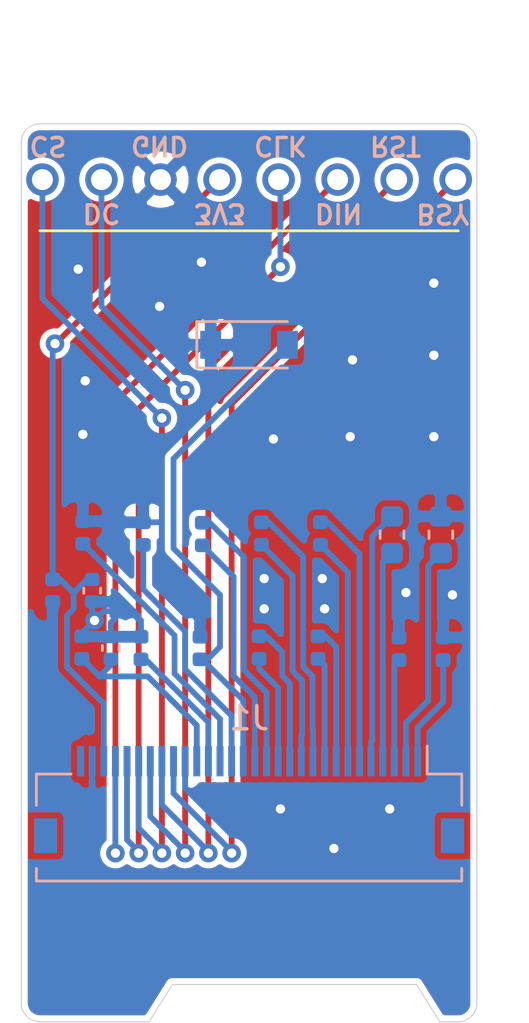
<source format=kicad_pcb>
(kicad_pcb (version 20171130) (host pcbnew "(5.1.9)-1")

  (general
    (thickness 1.6)
    (drawings 21)
    (tracks 177)
    (zones 0)
    (modules 20)
    (nets 30)
  )

  (page A4)
  (layers
    (0 F.Cu signal)
    (31 B.Cu signal)
    (32 B.Adhes user)
    (33 F.Adhes user)
    (34 B.Paste user)
    (35 F.Paste user)
    (36 B.SilkS user)
    (37 F.SilkS user)
    (38 B.Mask user)
    (39 F.Mask user)
    (40 Dwgs.User user)
    (41 Cmts.User user)
    (42 Eco1.User user)
    (43 Eco2.User user)
    (44 Edge.Cuts user)
    (45 Margin user)
    (46 B.CrtYd user)
    (47 F.CrtYd user)
    (48 B.Fab user)
    (49 F.Fab user)
  )

  (setup
    (last_trace_width 0.25)
    (trace_clearance 0.2)
    (zone_clearance 0.2)
    (zone_45_only no)
    (trace_min 0.2)
    (via_size 0.8)
    (via_drill 0.4)
    (via_min_size 0.4)
    (via_min_drill 0.3)
    (uvia_size 0.3)
    (uvia_drill 0.1)
    (uvias_allowed no)
    (uvia_min_size 0.2)
    (uvia_min_drill 0.1)
    (edge_width 0.05)
    (segment_width 0.2)
    (pcb_text_width 0.3)
    (pcb_text_size 1.5 1.5)
    (mod_edge_width 0.12)
    (mod_text_size 1 1)
    (mod_text_width 0.15)
    (pad_size 1.4 1.4)
    (pad_drill 0.9)
    (pad_to_mask_clearance 0)
    (aux_axis_origin 0 0)
    (visible_elements 7FFFFFFF)
    (pcbplotparams
      (layerselection 0x010fc_ffffffff)
      (usegerberextensions false)
      (usegerberattributes false)
      (usegerberadvancedattributes false)
      (creategerberjobfile false)
      (excludeedgelayer true)
      (linewidth 0.100000)
      (plotframeref false)
      (viasonmask false)
      (mode 1)
      (useauxorigin false)
      (hpglpennumber 1)
      (hpglpenspeed 20)
      (hpglpendiameter 15.000000)
      (psnegative false)
      (psa4output false)
      (plotreference true)
      (plotvalue true)
      (plotinvisibletext false)
      (padsonsilk false)
      (subtractmaskfromsilk false)
      (outputformat 1)
      (mirror false)
      (drillshape 0)
      (scaleselection 1)
      (outputdirectory "gerbers/"))
  )

  (net 0 "")
  (net 1 GND)
  (net 2 3V3)
  (net 3 "Net-(C3-Pad2)")
  (net 4 "Net-(C4-Pad2)")
  (net 5 "Net-(C5-Pad2)")
  (net 6 "Net-(C6-Pad2)")
  (net 7 "Net-(C6-Pad1)")
  (net 8 "Net-(C7-Pad2)")
  (net 9 "Net-(C8-Pad2)")
  (net 10 "Net-(C8-Pad1)")
  (net 11 "Net-(C9-Pad2)")
  (net 12 "Net-(C9-Pad1)")
  (net 13 "Net-(C10-Pad2)")
  (net 14 "Net-(C10-Pad1)")
  (net 15 "Net-(C11-Pad2)")
  (net 16 "Net-(C11-Pad1)")
  (net 17 "Net-(C12-Pad2)")
  (net 18 "Net-(C12-Pad1)")
  (net 19 "Net-(C13-Pad2)")
  (net 20 "Net-(C14-Pad2)")
  (net 21 "Net-(C15-Pad2)")
  (net 22 BUSY)
  (net 23 RST)
  (net 24 DC)
  (net 25 CS)
  (net 26 CLK)
  (net 27 DIN)
  (net 28 "Net-(J1-Pad30)")
  (net 29 "Net-(C17-Pad2)")

  (net_class Default "This is the default net class."
    (clearance 0.2)
    (trace_width 0.25)
    (via_dia 0.8)
    (via_drill 0.4)
    (uvia_dia 0.3)
    (uvia_drill 0.1)
    (add_net 3V3)
    (add_net BUSY)
    (add_net CLK)
    (add_net CS)
    (add_net DC)
    (add_net DIN)
    (add_net GND)
    (add_net "Net-(C10-Pad1)")
    (add_net "Net-(C10-Pad2)")
    (add_net "Net-(C11-Pad1)")
    (add_net "Net-(C11-Pad2)")
    (add_net "Net-(C12-Pad1)")
    (add_net "Net-(C12-Pad2)")
    (add_net "Net-(C13-Pad2)")
    (add_net "Net-(C14-Pad2)")
    (add_net "Net-(C15-Pad2)")
    (add_net "Net-(C17-Pad2)")
    (add_net "Net-(C3-Pad2)")
    (add_net "Net-(C4-Pad2)")
    (add_net "Net-(C5-Pad2)")
    (add_net "Net-(C6-Pad1)")
    (add_net "Net-(C6-Pad2)")
    (add_net "Net-(C7-Pad2)")
    (add_net "Net-(C8-Pad1)")
    (add_net "Net-(C8-Pad2)")
    (add_net "Net-(C9-Pad1)")
    (add_net "Net-(C9-Pad2)")
    (add_net "Net-(J1-Pad30)")
    (add_net RST)
  )

  (module Capacitor_SMD:C_0402_1005Metric (layer B.Cu) (tedit 5F68FEEE) (tstamp 60204CCA)
    (at 27.4 85.58 270)
    (descr "Capacitor SMD 0402 (1005 Metric), square (rectangular) end terminal, IPC_7351 nominal, (Body size source: IPC-SM-782 page 76, https://www.pcb-3d.com/wordpress/wp-content/uploads/ipc-sm-782a_amendment_1_and_2.pdf), generated with kicad-footprint-generator")
    (tags capacitor)
    (path /602406A9)
    (attr smd)
    (fp_text reference C17 (at 0 1.16 270) (layer B.SilkS) hide
      (effects (font (size 1 1) (thickness 0.15)) (justify mirror))
    )
    (fp_text value .1uF (at 0 -1.16 270) (layer B.Fab) hide
      (effects (font (size 1 1) (thickness 0.15)) (justify mirror))
    )
    (fp_text user %R (at 0 0 270) (layer B.Fab)
      (effects (font (size 0.25 0.25) (thickness 0.04)) (justify mirror))
    )
    (fp_line (start -0.5 -0.25) (end -0.5 0.25) (layer B.Fab) (width 0.1))
    (fp_line (start -0.5 0.25) (end 0.5 0.25) (layer B.Fab) (width 0.1))
    (fp_line (start 0.5 0.25) (end 0.5 -0.25) (layer B.Fab) (width 0.1))
    (fp_line (start 0.5 -0.25) (end -0.5 -0.25) (layer B.Fab) (width 0.1))
    (fp_line (start -0.107836 0.36) (end 0.107836 0.36) (layer B.SilkS) (width 0.12))
    (fp_line (start -0.107836 -0.36) (end 0.107836 -0.36) (layer B.SilkS) (width 0.12))
    (fp_line (start -0.91 -0.46) (end -0.91 0.46) (layer B.CrtYd) (width 0.05))
    (fp_line (start -0.91 0.46) (end 0.91 0.46) (layer B.CrtYd) (width 0.05))
    (fp_line (start 0.91 0.46) (end 0.91 -0.46) (layer B.CrtYd) (width 0.05))
    (fp_line (start 0.91 -0.46) (end -0.91 -0.46) (layer B.CrtYd) (width 0.05))
    (pad 2 smd roundrect (at 0.48 0 270) (size 0.56 0.62) (layers B.Cu B.Paste B.Mask) (roundrect_rratio 0.25)
      (net 29 "Net-(C17-Pad2)"))
    (pad 1 smd roundrect (at -0.48 0 270) (size 0.56 0.62) (layers B.Cu B.Paste B.Mask) (roundrect_rratio 0.25)
      (net 1 GND))
    (model ${KISYS3DMOD}/Capacitor_SMD.3dshapes/C_0402_1005Metric.wrl
      (at (xyz 0 0 0))
      (scale (xyz 1 1 1))
      (rotate (xyz 0 0 0))
    )
  )

  (module Capacitor_SMD:C_0402_1005Metric (layer B.Cu) (tedit 5F68FEEE) (tstamp 60204CB9)
    (at 26.6 83.12 270)
    (descr "Capacitor SMD 0402 (1005 Metric), square (rectangular) end terminal, IPC_7351 nominal, (Body size source: IPC-SM-782 page 76, https://www.pcb-3d.com/wordpress/wp-content/uploads/ipc-sm-782a_amendment_1_and_2.pdf), generated with kicad-footprint-generator")
    (tags capacitor)
    (path /60205AE3)
    (attr smd)
    (fp_text reference C16 (at 0 1.16 270) (layer B.SilkS) hide
      (effects (font (size 1 1) (thickness 0.15)) (justify mirror))
    )
    (fp_text value .1uF (at 0 -1.16 270) (layer B.Fab) hide
      (effects (font (size 1 1) (thickness 0.15)) (justify mirror))
    )
    (fp_text user %R (at 0 0 270) (layer B.Fab)
      (effects (font (size 0.25 0.25) (thickness 0.04)) (justify mirror))
    )
    (fp_line (start -0.5 -0.25) (end -0.5 0.25) (layer B.Fab) (width 0.1))
    (fp_line (start -0.5 0.25) (end 0.5 0.25) (layer B.Fab) (width 0.1))
    (fp_line (start 0.5 0.25) (end 0.5 -0.25) (layer B.Fab) (width 0.1))
    (fp_line (start 0.5 -0.25) (end -0.5 -0.25) (layer B.Fab) (width 0.1))
    (fp_line (start -0.107836 0.36) (end 0.107836 0.36) (layer B.SilkS) (width 0.12))
    (fp_line (start -0.107836 -0.36) (end 0.107836 -0.36) (layer B.SilkS) (width 0.12))
    (fp_line (start -0.91 -0.46) (end -0.91 0.46) (layer B.CrtYd) (width 0.05))
    (fp_line (start -0.91 0.46) (end 0.91 0.46) (layer B.CrtYd) (width 0.05))
    (fp_line (start 0.91 0.46) (end 0.91 -0.46) (layer B.CrtYd) (width 0.05))
    (fp_line (start 0.91 -0.46) (end -0.91 -0.46) (layer B.CrtYd) (width 0.05))
    (pad 2 smd roundrect (at 0.48 0 270) (size 0.56 0.62) (layers B.Cu B.Paste B.Mask) (roundrect_rratio 0.25)
      (net 1 GND))
    (pad 1 smd roundrect (at -0.48 0 270) (size 0.56 0.62) (layers B.Cu B.Paste B.Mask) (roundrect_rratio 0.25)
      (net 2 3V3))
    (model ${KISYS3DMOD}/Capacitor_SMD.3dshapes/C_0402_1005Metric.wrl
      (at (xyz 0 0 0))
      (scale (xyz 1 1 1))
      (rotate (xyz 0 0 0))
    )
  )

  (module Connector_PinHeader_2.54mm:PinHeader_1x08_P2.54mm_Vertical (layer B.Cu) (tedit 5FF26D10) (tstamp 5F6ADA7D)
    (at 24.4598 65.45 270)
    (descr "Through hole straight pin header, 1x08, 2.54mm pitch, single row")
    (tags "Through hole pin header THT 1x08 2.54mm single row")
    (path /5F6D2F43)
    (fp_text reference J2 (at 0 2.33 90) (layer B.SilkS) hide
      (effects (font (size 1 1) (thickness 0.15)) (justify mirror))
    )
    (fp_text value Conn_01x08_Female (at 0 -20.11 90) (layer B.Fab)
      (effects (font (size 1 1) (thickness 0.15)) (justify mirror))
    )
    (fp_line (start -0.635 1.27) (end 1.27 1.27) (layer B.Fab) (width 0.1))
    (fp_line (start 1.27 1.27) (end 1.27 -19.05) (layer B.Fab) (width 0.1))
    (fp_line (start 1.27 -19.05) (end -1.27 -19.05) (layer B.Fab) (width 0.1))
    (fp_line (start -1.27 -19.05) (end -1.27 0.635) (layer B.Fab) (width 0.1))
    (fp_line (start -1.27 0.635) (end -0.635 1.27) (layer B.Fab) (width 0.1))
    (fp_line (start -1.8 1.8) (end -1.8 -19.55) (layer B.CrtYd) (width 0.05))
    (fp_line (start -1.8 -19.55) (end 1.8 -19.55) (layer B.CrtYd) (width 0.05))
    (fp_line (start 1.8 -19.55) (end 1.8 1.8) (layer B.CrtYd) (width 0.05))
    (fp_line (start 1.8 1.8) (end -1.8 1.8) (layer B.CrtYd) (width 0.05))
    (fp_text user %R (at 0 -8.89) (layer B.Fab)
      (effects (font (size 1 1) (thickness 0.15)) (justify mirror))
    )
    (pad 8 thru_hole circle (at 0 -17.78 270) (size 1.4 1.4) (drill 0.9) (layers *.Cu *.Mask)
      (net 22 BUSY))
    (pad 7 thru_hole circle (at 0 -15.24 270) (size 1.4 1.4) (drill 0.9) (layers *.Cu *.Mask)
      (net 23 RST))
    (pad 6 thru_hole circle (at 0 -12.7 270) (size 1.4 1.4) (drill 0.9) (layers *.Cu *.Mask)
      (net 27 DIN))
    (pad 5 thru_hole circle (at 0 -10.16 270) (size 1.4 1.4) (drill 0.9) (layers *.Cu *.Mask)
      (net 26 CLK))
    (pad 4 thru_hole circle (at 0 -7.62 270) (size 1.4 1.4) (drill 0.9) (layers *.Cu *.Mask)
      (net 2 3V3))
    (pad 3 thru_hole circle (at 0 -5.08 270) (size 1.4 1.4) (drill 0.9) (layers *.Cu *.Mask)
      (net 1 GND))
    (pad 2 thru_hole circle (at 0 -2.54 270) (size 1.4 1.4) (drill 0.9) (layers *.Cu *.Mask)
      (net 24 DC))
    (pad 1 thru_hole circle (at 0 0 270) (size 1.4 1.4) (drill 0.9) (layers *.Cu *.Mask)
      (net 25 CS))
    (model ${KISYS3DMOD}/Connector_PinHeader_2.54mm.3dshapes/PinHeader_1x08_P2.54mm_Vertical.wrl
      (at (xyz 0 0 0))
      (scale (xyz 1 1 1))
      (rotate (xyz 0 0 0))
    )
  )

  (module Connector_FFC-FPC:Hirose_FH12-30S-0.5SH_1x30-1MP_P0.50mm_Horizontal (layer B.Cu) (tedit 5F6A7975) (tstamp 5F6ADA61)
    (at 33.35 92.3 180)
    (descr "Hirose FH12, FFC/FPC connector, FH12-30S-0.5SH, 30 Pins per row (https://www.hirose.com/product/en/products/FH12/FH12-24S-0.5SH(55)/), generated with kicad-footprint-generator")
    (tags "connector Hirose FH12 horizontal")
    (path /5F6A69C2)
    (attr smd)
    (fp_text reference J1 (at 0 3.7) (layer B.SilkS)
      (effects (font (size 1 1) (thickness 0.15)) (justify mirror))
    )
    (fp_text value Conn_01x30_Female (at 0 -5.6) (layer B.Fab)
      (effects (font (size 1 1) (thickness 0.15)) (justify mirror))
    )
    (fp_line (start 0 1.2) (end -9.05 1.2) (layer B.Fab) (width 0.1))
    (fp_line (start -9.05 1.2) (end -9.05 -3.4) (layer B.Fab) (width 0.1))
    (fp_line (start 0 1.2) (end 9.05 1.2) (layer B.Fab) (width 0.1))
    (fp_line (start 9.05 1.2) (end 9.05 -3.4) (layer B.Fab) (width 0.1))
    (fp_line (start -7.66 1.3) (end -9.15 1.3) (layer B.SilkS) (width 0.12))
    (fp_line (start -9.15 1.3) (end -9.15 -0.04) (layer B.SilkS) (width 0.12))
    (fp_line (start 7.66 1.3) (end 9.15 1.3) (layer B.SilkS) (width 0.12))
    (fp_line (start 9.15 1.3) (end 9.15 -0.04) (layer B.SilkS) (width 0.12))
    (fp_line (start -9.15 -2.76) (end -9.15 -3.3) (layer B.SilkS) (width 0.12))
    (fp_line (start -9.15 -3.3) (end 9.15 -3.3) (layer B.SilkS) (width 0.12))
    (fp_line (start 9.15 -3.3) (end 9.15 -2.76) (layer B.SilkS) (width 0.12))
    (fp_line (start -7.66 1.3) (end -7.66 2.5) (layer B.SilkS) (width 0.12))
    (fp_line (start -7.75 1.2) (end -7.25 0.492893) (layer B.Fab) (width 0.1))
    (fp_line (start -7.25 0.492893) (end -6.75 1.2) (layer B.Fab) (width 0.1))
    (fp_line (start -10.55 3) (end -10.55 -4.9) (layer B.CrtYd) (width 0.05))
    (fp_line (start -10.55 -4.9) (end 10.55 -4.9) (layer B.CrtYd) (width 0.05))
    (fp_line (start 10.55 -4.9) (end 10.55 3) (layer B.CrtYd) (width 0.05))
    (fp_line (start 10.55 3) (end -10.55 3) (layer B.CrtYd) (width 0.05))
    (fp_text user %R (at 0 -1.65) (layer B.Fab)
      (effects (font (size 1 1) (thickness 0.15)) (justify mirror))
    )
    (pad 30 smd rect (at 7.25 1.85 180) (size 0.3 1.3) (layers B.Cu B.Paste B.Mask)
      (net 28 "Net-(J1-Pad30)"))
    (pad 29 smd rect (at 6.75 1.85 180) (size 0.3 1.3) (layers B.Cu B.Paste B.Mask)
      (net 1 GND))
    (pad 28 smd rect (at 6.25 1.85 180) (size 0.3 1.3) (layers B.Cu B.Paste B.Mask)
      (net 2 3V3))
    (pad 27 smd rect (at 5.75 1.85 180) (size 0.3 1.3) (layers B.Cu B.Paste B.Mask)
      (net 27 DIN))
    (pad 26 smd rect (at 5.25 1.85 180) (size 0.3 1.3) (layers B.Cu B.Paste B.Mask)
      (net 26 CLK))
    (pad 25 smd rect (at 4.75 1.85 180) (size 0.3 1.3) (layers B.Cu B.Paste B.Mask)
      (net 25 CS))
    (pad 24 smd rect (at 4.25 1.85 180) (size 0.3 1.3) (layers B.Cu B.Paste B.Mask)
      (net 24 DC))
    (pad 23 smd rect (at 3.75 1.85 180) (size 0.3 1.3) (layers B.Cu B.Paste B.Mask)
      (net 23 RST))
    (pad 22 smd rect (at 3.25 1.85 180) (size 0.3 1.3) (layers B.Cu B.Paste B.Mask)
      (net 22 BUSY))
    (pad 21 smd rect (at 2.75 1.85 180) (size 0.3 1.3) (layers B.Cu B.Paste B.Mask)
      (net 1 GND))
    (pad 20 smd rect (at 2.25 1.85 180) (size 0.3 1.3) (layers B.Cu B.Paste B.Mask)
      (net 29 "Net-(C17-Pad2)"))
    (pad 19 smd rect (at 1.75 1.85 180) (size 0.3 1.3) (layers B.Cu B.Paste B.Mask)
      (net 3 "Net-(C3-Pad2)"))
    (pad 18 smd rect (at 1.25 1.85 180) (size 0.3 1.3) (layers B.Cu B.Paste B.Mask)
      (net 4 "Net-(C4-Pad2)"))
    (pad 17 smd rect (at 0.75 1.85 180) (size 0.3 1.3) (layers B.Cu B.Paste B.Mask)
      (net 5 "Net-(C5-Pad2)"))
    (pad 16 smd rect (at 0.25 1.85 180) (size 0.3 1.3) (layers B.Cu B.Paste B.Mask)
      (net 8 "Net-(C7-Pad2)"))
    (pad 15 smd rect (at -0.25 1.85 180) (size 0.3 1.3) (layers B.Cu B.Paste B.Mask)
      (net 6 "Net-(C6-Pad2)"))
    (pad 14 smd rect (at -0.75 1.85 180) (size 0.3 1.3) (layers B.Cu B.Paste B.Mask)
      (net 7 "Net-(C6-Pad1)"))
    (pad 13 smd rect (at -1.25 1.85 180) (size 0.3 1.3) (layers B.Cu B.Paste B.Mask)
      (net 9 "Net-(C8-Pad2)"))
    (pad 12 smd rect (at -1.75 1.85 180) (size 0.3 1.3) (layers B.Cu B.Paste B.Mask)
      (net 10 "Net-(C8-Pad1)"))
    (pad 11 smd rect (at -2.25 1.85 180) (size 0.3 1.3) (layers B.Cu B.Paste B.Mask)
      (net 11 "Net-(C9-Pad2)"))
    (pad 10 smd rect (at -2.75 1.85 180) (size 0.3 1.3) (layers B.Cu B.Paste B.Mask)
      (net 12 "Net-(C9-Pad1)"))
    (pad 9 smd rect (at -3.25 1.85 180) (size 0.3 1.3) (layers B.Cu B.Paste B.Mask)
      (net 13 "Net-(C10-Pad2)"))
    (pad 8 smd rect (at -3.75 1.85 180) (size 0.3 1.3) (layers B.Cu B.Paste B.Mask)
      (net 14 "Net-(C10-Pad1)"))
    (pad 7 smd rect (at -4.25 1.85 180) (size 0.3 1.3) (layers B.Cu B.Paste B.Mask)
      (net 15 "Net-(C11-Pad2)"))
    (pad 6 smd rect (at -4.75 1.85 180) (size 0.3 1.3) (layers B.Cu B.Paste B.Mask)
      (net 16 "Net-(C11-Pad1)"))
    (pad 5 smd rect (at -5.25 1.85 180) (size 0.3 1.3) (layers B.Cu B.Paste B.Mask)
      (net 17 "Net-(C12-Pad2)"))
    (pad 4 smd rect (at -5.75 1.85 180) (size 0.3 1.3) (layers B.Cu B.Paste B.Mask)
      (net 18 "Net-(C12-Pad1)"))
    (pad 3 smd rect (at -6.25 1.85 180) (size 0.3 1.3) (layers B.Cu B.Paste B.Mask)
      (net 19 "Net-(C13-Pad2)"))
    (pad 2 smd rect (at -6.75 1.85 180) (size 0.3 1.3) (layers B.Cu B.Paste B.Mask)
      (net 20 "Net-(C14-Pad2)"))
    (pad 1 smd rect (at -7.25 1.85 180) (size 0.3 1.3) (layers B.Cu B.Paste B.Mask)
      (net 21 "Net-(C15-Pad2)"))
    (pad MP smd rect (at -8.75 -1.35 180) (size 1 1.5) (layers B.Cu B.Paste B.Mask))
    (pad 1MP smd rect (at 8.75 -1.35 180) (size 1 1.5) (layers B.Cu B.Paste B.Mask))
    (model ${KISYS3DMOD}/Connector_FFC-FPC.3dshapes/Hirose_FH12-30S-0.5SH_1x30-1MP_P0.50mm_Horizontal.wrl
      (at (xyz 0 0 0))
      (scale (xyz 1 1 1))
      (rotate (xyz 0 0 0))
    )
  )

  (module Diode_SMD:D_SOD-123 (layer B.Cu) (tedit 58645DC7) (tstamp 5F6ADA20)
    (at 33.35 72.55)
    (descr SOD-123)
    (tags SOD-123)
    (path /5F6C1426)
    (attr smd)
    (fp_text reference D1 (at 0 2) (layer B.SilkS) hide
      (effects (font (size 1 1) (thickness 0.15)) (justify mirror))
    )
    (fp_text value D (at 0 -2.1) (layer B.Fab) hide
      (effects (font (size 1 1) (thickness 0.15)) (justify mirror))
    )
    (fp_line (start -2.25 1) (end -2.25 -1) (layer B.SilkS) (width 0.12))
    (fp_line (start 0.25 0) (end 0.75 0) (layer B.Fab) (width 0.1))
    (fp_line (start 0.25 -0.4) (end -0.35 0) (layer B.Fab) (width 0.1))
    (fp_line (start 0.25 0.4) (end 0.25 -0.4) (layer B.Fab) (width 0.1))
    (fp_line (start -0.35 0) (end 0.25 0.4) (layer B.Fab) (width 0.1))
    (fp_line (start -0.35 0) (end -0.35 -0.55) (layer B.Fab) (width 0.1))
    (fp_line (start -0.35 0) (end -0.35 0.55) (layer B.Fab) (width 0.1))
    (fp_line (start -0.75 0) (end -0.35 0) (layer B.Fab) (width 0.1))
    (fp_line (start -1.4 -0.9) (end -1.4 0.9) (layer B.Fab) (width 0.1))
    (fp_line (start 1.4 -0.9) (end -1.4 -0.9) (layer B.Fab) (width 0.1))
    (fp_line (start 1.4 0.9) (end 1.4 -0.9) (layer B.Fab) (width 0.1))
    (fp_line (start -1.4 0.9) (end 1.4 0.9) (layer B.Fab) (width 0.1))
    (fp_line (start -2.35 1.15) (end 2.35 1.15) (layer B.CrtYd) (width 0.05))
    (fp_line (start 2.35 1.15) (end 2.35 -1.15) (layer B.CrtYd) (width 0.05))
    (fp_line (start 2.35 -1.15) (end -2.35 -1.15) (layer B.CrtYd) (width 0.05))
    (fp_line (start -2.35 1.15) (end -2.35 -1.15) (layer B.CrtYd) (width 0.05))
    (fp_line (start -2.25 -1) (end 1.65 -1) (layer B.SilkS) (width 0.12))
    (fp_line (start -2.25 1) (end 1.65 1) (layer B.SilkS) (width 0.12))
    (fp_text user %R (at 0 2) (layer B.Fab) hide
      (effects (font (size 1 1) (thickness 0.15)) (justify mirror))
    )
    (pad 2 smd rect (at 1.65 0) (size 0.9 1.2) (layers B.Cu B.Paste B.Mask)
      (net 8 "Net-(C7-Pad2)"))
    (pad 1 smd rect (at -1.65 0) (size 0.9 1.2) (layers B.Cu B.Paste B.Mask)
      (net 1 GND))
    (model ${KISYS3DMOD}/Diode_SMD.3dshapes/D_SOD-123.wrl
      (at (xyz 0 0 0))
      (scale (xyz 1 1 1))
      (rotate (xyz 0 0 0))
    )
  )

  (module Capacitor_SMD:C_0402_1005Metric (layer B.Cu) (tedit 5B301BBE) (tstamp 5F6ADA07)
    (at 41.7 85.615 270)
    (descr "Capacitor SMD 0402 (1005 Metric), square (rectangular) end terminal, IPC_7351 nominal, (Body size source: http://www.tortai-tech.com/upload/download/2011102023233369053.pdf), generated with kicad-footprint-generator")
    (tags capacitor)
    (path /5F6B369A)
    (attr smd)
    (fp_text reference C15 (at 0 1.17 90) (layer B.SilkS) hide
      (effects (font (size 1 1) (thickness 0.15)) (justify mirror))
    )
    (fp_text value 1uF (at 0 -1.17 90) (layer B.Fab) hide
      (effects (font (size 1 1) (thickness 0.15)) (justify mirror))
    )
    (fp_line (start -0.5 -0.25) (end -0.5 0.25) (layer B.Fab) (width 0.1))
    (fp_line (start -0.5 0.25) (end 0.5 0.25) (layer B.Fab) (width 0.1))
    (fp_line (start 0.5 0.25) (end 0.5 -0.25) (layer B.Fab) (width 0.1))
    (fp_line (start 0.5 -0.25) (end -0.5 -0.25) (layer B.Fab) (width 0.1))
    (fp_line (start -0.93 -0.47) (end -0.93 0.47) (layer B.CrtYd) (width 0.05))
    (fp_line (start -0.93 0.47) (end 0.93 0.47) (layer B.CrtYd) (width 0.05))
    (fp_line (start 0.93 0.47) (end 0.93 -0.47) (layer B.CrtYd) (width 0.05))
    (fp_line (start 0.93 -0.47) (end -0.93 -0.47) (layer B.CrtYd) (width 0.05))
    (fp_text user %R (at 0 0 90) (layer B.Fab)
      (effects (font (size 0.25 0.25) (thickness 0.04)) (justify mirror))
    )
    (pad 2 smd roundrect (at 0.485 0 270) (size 0.59 0.64) (layers B.Cu B.Paste B.Mask) (roundrect_rratio 0.25)
      (net 21 "Net-(C15-Pad2)"))
    (pad 1 smd roundrect (at -0.485 0 270) (size 0.59 0.64) (layers B.Cu B.Paste B.Mask) (roundrect_rratio 0.25)
      (net 1 GND))
    (model ${KISYS3DMOD}/Capacitor_SMD.3dshapes/C_0402_1005Metric.wrl
      (at (xyz 0 0 0))
      (scale (xyz 1 1 1))
      (rotate (xyz 0 0 0))
    )
  )

  (module Capacitor_SMD:C_0603_1608Metric (layer B.Cu) (tedit 5B301BBE) (tstamp 5F6AD9F8)
    (at 41.6 80.7125 270)
    (descr "Capacitor SMD 0603 (1608 Metric), square (rectangular) end terminal, IPC_7351 nominal, (Body size source: http://www.tortai-tech.com/upload/download/2011102023233369053.pdf), generated with kicad-footprint-generator")
    (tags capacitor)
    (path /5F6B351C)
    (attr smd)
    (fp_text reference C14 (at 0 1.43 270) (layer B.SilkS) hide
      (effects (font (size 1 1) (thickness 0.15)) (justify mirror))
    )
    (fp_text value 2.2uF (at 0 -1.43 270) (layer B.Fab) hide
      (effects (font (size 1 1) (thickness 0.15)) (justify mirror))
    )
    (fp_line (start -0.8 -0.4) (end -0.8 0.4) (layer B.Fab) (width 0.1))
    (fp_line (start -0.8 0.4) (end 0.8 0.4) (layer B.Fab) (width 0.1))
    (fp_line (start 0.8 0.4) (end 0.8 -0.4) (layer B.Fab) (width 0.1))
    (fp_line (start 0.8 -0.4) (end -0.8 -0.4) (layer B.Fab) (width 0.1))
    (fp_line (start -0.162779 0.51) (end 0.162779 0.51) (layer B.SilkS) (width 0.12))
    (fp_line (start -0.162779 -0.51) (end 0.162779 -0.51) (layer B.SilkS) (width 0.12))
    (fp_line (start -1.48 -0.73) (end -1.48 0.73) (layer B.CrtYd) (width 0.05))
    (fp_line (start -1.48 0.73) (end 1.48 0.73) (layer B.CrtYd) (width 0.05))
    (fp_line (start 1.48 0.73) (end 1.48 -0.73) (layer B.CrtYd) (width 0.05))
    (fp_line (start 1.48 -0.73) (end -1.48 -0.73) (layer B.CrtYd) (width 0.05))
    (fp_text user %R (at 0 0 270) (layer B.Fab)
      (effects (font (size 0.4 0.4) (thickness 0.06)) (justify mirror))
    )
    (pad 2 smd roundrect (at 0.7875 0 270) (size 0.875 0.95) (layers B.Cu B.Paste B.Mask) (roundrect_rratio 0.25)
      (net 20 "Net-(C14-Pad2)"))
    (pad 1 smd roundrect (at -0.7875 0 270) (size 0.875 0.95) (layers B.Cu B.Paste B.Mask) (roundrect_rratio 0.25)
      (net 1 GND))
    (model ${KISYS3DMOD}/Capacitor_SMD.3dshapes/C_0603_1608Metric.wrl
      (at (xyz 0 0 0))
      (scale (xyz 1 1 1))
      (rotate (xyz 0 0 0))
    )
  )

  (module Capacitor_SMD:C_0402_1005Metric (layer B.Cu) (tedit 5B301BBE) (tstamp 5F6AD9E7)
    (at 39.8 85.615 270)
    (descr "Capacitor SMD 0402 (1005 Metric), square (rectangular) end terminal, IPC_7351 nominal, (Body size source: http://www.tortai-tech.com/upload/download/2011102023233369053.pdf), generated with kicad-footprint-generator")
    (tags capacitor)
    (path /5F6B32DD)
    (attr smd)
    (fp_text reference C13 (at 0 1.17 270) (layer B.SilkS) hide
      (effects (font (size 1 1) (thickness 0.15)) (justify mirror))
    )
    (fp_text value 1uF (at 0 -1.17 270) (layer B.Fab) hide
      (effects (font (size 1 1) (thickness 0.15)) (justify mirror))
    )
    (fp_line (start -0.5 -0.25) (end -0.5 0.25) (layer B.Fab) (width 0.1))
    (fp_line (start -0.5 0.25) (end 0.5 0.25) (layer B.Fab) (width 0.1))
    (fp_line (start 0.5 0.25) (end 0.5 -0.25) (layer B.Fab) (width 0.1))
    (fp_line (start 0.5 -0.25) (end -0.5 -0.25) (layer B.Fab) (width 0.1))
    (fp_line (start -0.93 -0.47) (end -0.93 0.47) (layer B.CrtYd) (width 0.05))
    (fp_line (start -0.93 0.47) (end 0.93 0.47) (layer B.CrtYd) (width 0.05))
    (fp_line (start 0.93 0.47) (end 0.93 -0.47) (layer B.CrtYd) (width 0.05))
    (fp_line (start 0.93 -0.47) (end -0.93 -0.47) (layer B.CrtYd) (width 0.05))
    (fp_text user %R (at 0 0 270) (layer B.Fab)
      (effects (font (size 0.25 0.25) (thickness 0.04)) (justify mirror))
    )
    (pad 2 smd roundrect (at 0.485 0 270) (size 0.59 0.64) (layers B.Cu B.Paste B.Mask) (roundrect_rratio 0.25)
      (net 19 "Net-(C13-Pad2)"))
    (pad 1 smd roundrect (at -0.485 0 270) (size 0.59 0.64) (layers B.Cu B.Paste B.Mask) (roundrect_rratio 0.25)
      (net 1 GND))
    (model ${KISYS3DMOD}/Capacitor_SMD.3dshapes/C_0402_1005Metric.wrl
      (at (xyz 0 0 0))
      (scale (xyz 1 1 1))
      (rotate (xyz 0 0 0))
    )
  )

  (module Capacitor_SMD:C_0603_1608Metric (layer B.Cu) (tedit 5B301BBE) (tstamp 5F6AD9D8)
    (at 39.5 80.7125 90)
    (descr "Capacitor SMD 0603 (1608 Metric), square (rectangular) end terminal, IPC_7351 nominal, (Body size source: http://www.tortai-tech.com/upload/download/2011102023233369053.pdf), generated with kicad-footprint-generator")
    (tags capacitor)
    (path /5F6B2F2A)
    (attr smd)
    (fp_text reference C12 (at 0 1.43 270) (layer B.SilkS) hide
      (effects (font (size 1 1) (thickness 0.15)) (justify mirror))
    )
    (fp_text value 2.2uF (at 0 -1.43 270) (layer B.Fab) hide
      (effects (font (size 1 1) (thickness 0.15)) (justify mirror))
    )
    (fp_line (start -0.8 -0.4) (end -0.8 0.4) (layer B.Fab) (width 0.1))
    (fp_line (start -0.8 0.4) (end 0.8 0.4) (layer B.Fab) (width 0.1))
    (fp_line (start 0.8 0.4) (end 0.8 -0.4) (layer B.Fab) (width 0.1))
    (fp_line (start 0.8 -0.4) (end -0.8 -0.4) (layer B.Fab) (width 0.1))
    (fp_line (start -0.162779 0.51) (end 0.162779 0.51) (layer B.SilkS) (width 0.12))
    (fp_line (start -0.162779 -0.51) (end 0.162779 -0.51) (layer B.SilkS) (width 0.12))
    (fp_line (start -1.48 -0.73) (end -1.48 0.73) (layer B.CrtYd) (width 0.05))
    (fp_line (start -1.48 0.73) (end 1.48 0.73) (layer B.CrtYd) (width 0.05))
    (fp_line (start 1.48 0.73) (end 1.48 -0.73) (layer B.CrtYd) (width 0.05))
    (fp_line (start 1.48 -0.73) (end -1.48 -0.73) (layer B.CrtYd) (width 0.05))
    (fp_text user %R (at 0 0 270) (layer B.Fab)
      (effects (font (size 0.4 0.4) (thickness 0.06)) (justify mirror))
    )
    (pad 2 smd roundrect (at 0.7875 0 90) (size 0.875 0.95) (layers B.Cu B.Paste B.Mask) (roundrect_rratio 0.25)
      (net 17 "Net-(C12-Pad2)"))
    (pad 1 smd roundrect (at -0.7875 0 90) (size 0.875 0.95) (layers B.Cu B.Paste B.Mask) (roundrect_rratio 0.25)
      (net 18 "Net-(C12-Pad1)"))
    (model ${KISYS3DMOD}/Capacitor_SMD.3dshapes/C_0603_1608Metric.wrl
      (at (xyz 0 0 0))
      (scale (xyz 1 1 1))
      (rotate (xyz 0 0 0))
    )
  )

  (module Capacitor_SMD:C_0402_1005Metric (layer B.Cu) (tedit 5B301BBE) (tstamp 5F6AD9C7)
    (at 36.42 80.665 270)
    (descr "Capacitor SMD 0402 (1005 Metric), square (rectangular) end terminal, IPC_7351 nominal, (Body size source: http://www.tortai-tech.com/upload/download/2011102023233369053.pdf), generated with kicad-footprint-generator")
    (tags capacitor)
    (path /5F6B2C68)
    (attr smd)
    (fp_text reference C11 (at 0 1.17 90) (layer B.SilkS) hide
      (effects (font (size 1 1) (thickness 0.15)) (justify mirror))
    )
    (fp_text value 1uF (at 0 -1.17 90) (layer B.Fab) hide
      (effects (font (size 1 1) (thickness 0.15)) (justify mirror))
    )
    (fp_line (start -0.5 -0.25) (end -0.5 0.25) (layer B.Fab) (width 0.1))
    (fp_line (start -0.5 0.25) (end 0.5 0.25) (layer B.Fab) (width 0.1))
    (fp_line (start 0.5 0.25) (end 0.5 -0.25) (layer B.Fab) (width 0.1))
    (fp_line (start 0.5 -0.25) (end -0.5 -0.25) (layer B.Fab) (width 0.1))
    (fp_line (start -0.93 -0.47) (end -0.93 0.47) (layer B.CrtYd) (width 0.05))
    (fp_line (start -0.93 0.47) (end 0.93 0.47) (layer B.CrtYd) (width 0.05))
    (fp_line (start 0.93 0.47) (end 0.93 -0.47) (layer B.CrtYd) (width 0.05))
    (fp_line (start 0.93 -0.47) (end -0.93 -0.47) (layer B.CrtYd) (width 0.05))
    (fp_text user %R (at 0 0 90) (layer B.Fab)
      (effects (font (size 0.25 0.25) (thickness 0.04)) (justify mirror))
    )
    (pad 2 smd roundrect (at 0.485 0 270) (size 0.59 0.64) (layers B.Cu B.Paste B.Mask) (roundrect_rratio 0.25)
      (net 15 "Net-(C11-Pad2)"))
    (pad 1 smd roundrect (at -0.485 0 270) (size 0.59 0.64) (layers B.Cu B.Paste B.Mask) (roundrect_rratio 0.25)
      (net 16 "Net-(C11-Pad1)"))
    (model ${KISYS3DMOD}/Capacitor_SMD.3dshapes/C_0402_1005Metric.wrl
      (at (xyz 0 0 0))
      (scale (xyz 1 1 1))
      (rotate (xyz 0 0 0))
    )
  )

  (module Capacitor_SMD:C_0402_1005Metric (layer B.Cu) (tedit 5B301BBE) (tstamp 5F6AD9B8)
    (at 36.32 85.565 270)
    (descr "Capacitor SMD 0402 (1005 Metric), square (rectangular) end terminal, IPC_7351 nominal, (Body size source: http://www.tortai-tech.com/upload/download/2011102023233369053.pdf), generated with kicad-footprint-generator")
    (tags capacitor)
    (path /5F6B28FB)
    (attr smd)
    (fp_text reference C10 (at 0 1.17 90) (layer B.SilkS) hide
      (effects (font (size 1 1) (thickness 0.15)) (justify mirror))
    )
    (fp_text value 1uF (at 0 -1.17 90) (layer B.Fab) hide
      (effects (font (size 1 1) (thickness 0.15)) (justify mirror))
    )
    (fp_line (start -0.5 -0.25) (end -0.5 0.25) (layer B.Fab) (width 0.1))
    (fp_line (start -0.5 0.25) (end 0.5 0.25) (layer B.Fab) (width 0.1))
    (fp_line (start 0.5 0.25) (end 0.5 -0.25) (layer B.Fab) (width 0.1))
    (fp_line (start 0.5 -0.25) (end -0.5 -0.25) (layer B.Fab) (width 0.1))
    (fp_line (start -0.93 -0.47) (end -0.93 0.47) (layer B.CrtYd) (width 0.05))
    (fp_line (start -0.93 0.47) (end 0.93 0.47) (layer B.CrtYd) (width 0.05))
    (fp_line (start 0.93 0.47) (end 0.93 -0.47) (layer B.CrtYd) (width 0.05))
    (fp_line (start 0.93 -0.47) (end -0.93 -0.47) (layer B.CrtYd) (width 0.05))
    (fp_text user %R (at 0 0 90) (layer B.Fab)
      (effects (font (size 0.25 0.25) (thickness 0.04)) (justify mirror))
    )
    (pad 2 smd roundrect (at 0.485 0 270) (size 0.59 0.64) (layers B.Cu B.Paste B.Mask) (roundrect_rratio 0.25)
      (net 13 "Net-(C10-Pad2)"))
    (pad 1 smd roundrect (at -0.485 0 270) (size 0.59 0.64) (layers B.Cu B.Paste B.Mask) (roundrect_rratio 0.25)
      (net 14 "Net-(C10-Pad1)"))
    (model ${KISYS3DMOD}/Capacitor_SMD.3dshapes/C_0402_1005Metric.wrl
      (at (xyz 0 0 0))
      (scale (xyz 1 1 1))
      (rotate (xyz 0 0 0))
    )
  )

  (module Capacitor_SMD:C_0402_1005Metric (layer B.Cu) (tedit 5B301BBE) (tstamp 5F6AD9A9)
    (at 33.88 80.665 270)
    (descr "Capacitor SMD 0402 (1005 Metric), square (rectangular) end terminal, IPC_7351 nominal, (Body size source: http://www.tortai-tech.com/upload/download/2011102023233369053.pdf), generated with kicad-footprint-generator")
    (tags capacitor)
    (path /5F6B2602)
    (attr smd)
    (fp_text reference C9 (at 0 1.17 90) (layer B.SilkS) hide
      (effects (font (size 1 1) (thickness 0.15)) (justify mirror))
    )
    (fp_text value 1uF (at 0 -1.17 90) (layer B.Fab) hide
      (effects (font (size 1 1) (thickness 0.15)) (justify mirror))
    )
    (fp_line (start -0.5 -0.25) (end -0.5 0.25) (layer B.Fab) (width 0.1))
    (fp_line (start -0.5 0.25) (end 0.5 0.25) (layer B.Fab) (width 0.1))
    (fp_line (start 0.5 0.25) (end 0.5 -0.25) (layer B.Fab) (width 0.1))
    (fp_line (start 0.5 -0.25) (end -0.5 -0.25) (layer B.Fab) (width 0.1))
    (fp_line (start -0.93 -0.47) (end -0.93 0.47) (layer B.CrtYd) (width 0.05))
    (fp_line (start -0.93 0.47) (end 0.93 0.47) (layer B.CrtYd) (width 0.05))
    (fp_line (start 0.93 0.47) (end 0.93 -0.47) (layer B.CrtYd) (width 0.05))
    (fp_line (start 0.93 -0.47) (end -0.93 -0.47) (layer B.CrtYd) (width 0.05))
    (fp_text user %R (at 0 0 90) (layer B.Fab)
      (effects (font (size 0.25 0.25) (thickness 0.04)) (justify mirror))
    )
    (pad 2 smd roundrect (at 0.485 0 270) (size 0.59 0.64) (layers B.Cu B.Paste B.Mask) (roundrect_rratio 0.25)
      (net 11 "Net-(C9-Pad2)"))
    (pad 1 smd roundrect (at -0.485 0 270) (size 0.59 0.64) (layers B.Cu B.Paste B.Mask) (roundrect_rratio 0.25)
      (net 12 "Net-(C9-Pad1)"))
    (model ${KISYS3DMOD}/Capacitor_SMD.3dshapes/C_0402_1005Metric.wrl
      (at (xyz 0 0 0))
      (scale (xyz 1 1 1))
      (rotate (xyz 0 0 0))
    )
  )

  (module Capacitor_SMD:C_0402_1005Metric (layer B.Cu) (tedit 5B301BBE) (tstamp 5F6AD99A)
    (at 33.78 85.565 270)
    (descr "Capacitor SMD 0402 (1005 Metric), square (rectangular) end terminal, IPC_7351 nominal, (Body size source: http://www.tortai-tech.com/upload/download/2011102023233369053.pdf), generated with kicad-footprint-generator")
    (tags capacitor)
    (path /5F6B2187)
    (attr smd)
    (fp_text reference C8 (at 0 1.17 90) (layer B.SilkS) hide
      (effects (font (size 1 1) (thickness 0.15)) (justify mirror))
    )
    (fp_text value 1uF (at 0 -1.17 90) (layer B.Fab) hide
      (effects (font (size 1 1) (thickness 0.15)) (justify mirror))
    )
    (fp_line (start -0.5 -0.25) (end -0.5 0.25) (layer B.Fab) (width 0.1))
    (fp_line (start -0.5 0.25) (end 0.5 0.25) (layer B.Fab) (width 0.1))
    (fp_line (start 0.5 0.25) (end 0.5 -0.25) (layer B.Fab) (width 0.1))
    (fp_line (start 0.5 -0.25) (end -0.5 -0.25) (layer B.Fab) (width 0.1))
    (fp_line (start -0.93 -0.47) (end -0.93 0.47) (layer B.CrtYd) (width 0.05))
    (fp_line (start -0.93 0.47) (end 0.93 0.47) (layer B.CrtYd) (width 0.05))
    (fp_line (start 0.93 0.47) (end 0.93 -0.47) (layer B.CrtYd) (width 0.05))
    (fp_line (start 0.93 -0.47) (end -0.93 -0.47) (layer B.CrtYd) (width 0.05))
    (fp_text user %R (at 0 0 90) (layer B.Fab)
      (effects (font (size 0.25 0.25) (thickness 0.04)) (justify mirror))
    )
    (pad 2 smd roundrect (at 0.485 0 270) (size 0.59 0.64) (layers B.Cu B.Paste B.Mask) (roundrect_rratio 0.25)
      (net 9 "Net-(C8-Pad2)"))
    (pad 1 smd roundrect (at -0.485 0 270) (size 0.59 0.64) (layers B.Cu B.Paste B.Mask) (roundrect_rratio 0.25)
      (net 10 "Net-(C8-Pad1)"))
    (model ${KISYS3DMOD}/Capacitor_SMD.3dshapes/C_0402_1005Metric.wrl
      (at (xyz 0 0 0))
      (scale (xyz 1 1 1))
      (rotate (xyz 0 0 0))
    )
  )

  (module Capacitor_SMD:C_0402_1005Metric (layer B.Cu) (tedit 5B301BBE) (tstamp 5F6AD98B)
    (at 31.24 85.585 270)
    (descr "Capacitor SMD 0402 (1005 Metric), square (rectangular) end terminal, IPC_7351 nominal, (Body size source: http://www.tortai-tech.com/upload/download/2011102023233369053.pdf), generated with kicad-footprint-generator")
    (tags capacitor)
    (path /5F6C280D)
    (attr smd)
    (fp_text reference C7 (at 0 1.17 270) (layer B.SilkS) hide
      (effects (font (size 1 1) (thickness 0.15)) (justify mirror))
    )
    (fp_text value 1uF (at 0 -1.17 270) (layer B.Fab) hide
      (effects (font (size 1 1) (thickness 0.15)) (justify mirror))
    )
    (fp_line (start -0.5 -0.25) (end -0.5 0.25) (layer B.Fab) (width 0.1))
    (fp_line (start -0.5 0.25) (end 0.5 0.25) (layer B.Fab) (width 0.1))
    (fp_line (start 0.5 0.25) (end 0.5 -0.25) (layer B.Fab) (width 0.1))
    (fp_line (start 0.5 -0.25) (end -0.5 -0.25) (layer B.Fab) (width 0.1))
    (fp_line (start -0.93 -0.47) (end -0.93 0.47) (layer B.CrtYd) (width 0.05))
    (fp_line (start -0.93 0.47) (end 0.93 0.47) (layer B.CrtYd) (width 0.05))
    (fp_line (start 0.93 0.47) (end 0.93 -0.47) (layer B.CrtYd) (width 0.05))
    (fp_line (start 0.93 -0.47) (end -0.93 -0.47) (layer B.CrtYd) (width 0.05))
    (fp_text user %R (at 0 0 270) (layer B.Fab)
      (effects (font (size 0.25 0.25) (thickness 0.04)) (justify mirror))
    )
    (pad 2 smd roundrect (at 0.485 0 270) (size 0.59 0.64) (layers B.Cu B.Paste B.Mask) (roundrect_rratio 0.25)
      (net 8 "Net-(C7-Pad2)"))
    (pad 1 smd roundrect (at -0.485 0 270) (size 0.59 0.64) (layers B.Cu B.Paste B.Mask) (roundrect_rratio 0.25)
      (net 1 GND))
    (model ${KISYS3DMOD}/Capacitor_SMD.3dshapes/C_0402_1005Metric.wrl
      (at (xyz 0 0 0))
      (scale (xyz 1 1 1))
      (rotate (xyz 0 0 0))
    )
  )

  (module Capacitor_SMD:C_0402_1005Metric (layer B.Cu) (tedit 5B301BBE) (tstamp 5F6AD97C)
    (at 31.34 80.685 270)
    (descr "Capacitor SMD 0402 (1005 Metric), square (rectangular) end terminal, IPC_7351 nominal, (Body size source: http://www.tortai-tech.com/upload/download/2011102023233369053.pdf), generated with kicad-footprint-generator")
    (tags capacitor)
    (path /5F6B1C83)
    (attr smd)
    (fp_text reference C6 (at 0 1.17 90) (layer B.SilkS) hide
      (effects (font (size 1 1) (thickness 0.15)) (justify mirror))
    )
    (fp_text value 1uF (at 0 -1.17 90) (layer B.Fab) hide
      (effects (font (size 1 1) (thickness 0.15)) (justify mirror))
    )
    (fp_line (start -0.5 -0.25) (end -0.5 0.25) (layer B.Fab) (width 0.1))
    (fp_line (start -0.5 0.25) (end 0.5 0.25) (layer B.Fab) (width 0.1))
    (fp_line (start 0.5 0.25) (end 0.5 -0.25) (layer B.Fab) (width 0.1))
    (fp_line (start 0.5 -0.25) (end -0.5 -0.25) (layer B.Fab) (width 0.1))
    (fp_line (start -0.93 -0.47) (end -0.93 0.47) (layer B.CrtYd) (width 0.05))
    (fp_line (start -0.93 0.47) (end 0.93 0.47) (layer B.CrtYd) (width 0.05))
    (fp_line (start 0.93 0.47) (end 0.93 -0.47) (layer B.CrtYd) (width 0.05))
    (fp_line (start 0.93 -0.47) (end -0.93 -0.47) (layer B.CrtYd) (width 0.05))
    (fp_text user %R (at 0 0 90) (layer B.Fab)
      (effects (font (size 0.25 0.25) (thickness 0.04)) (justify mirror))
    )
    (pad 2 smd roundrect (at 0.485 0 270) (size 0.59 0.64) (layers B.Cu B.Paste B.Mask) (roundrect_rratio 0.25)
      (net 6 "Net-(C6-Pad2)"))
    (pad 1 smd roundrect (at -0.485 0 270) (size 0.59 0.64) (layers B.Cu B.Paste B.Mask) (roundrect_rratio 0.25)
      (net 7 "Net-(C6-Pad1)"))
    (model ${KISYS3DMOD}/Capacitor_SMD.3dshapes/C_0402_1005Metric.wrl
      (at (xyz 0 0 0))
      (scale (xyz 1 1 1))
      (rotate (xyz 0 0 0))
    )
  )

  (module Capacitor_SMD:C_0402_1005Metric (layer B.Cu) (tedit 5B301BBE) (tstamp 5F6AD96D)
    (at 28.8 80.665 270)
    (descr "Capacitor SMD 0402 (1005 Metric), square (rectangular) end terminal, IPC_7351 nominal, (Body size source: http://www.tortai-tech.com/upload/download/2011102023233369053.pdf), generated with kicad-footprint-generator")
    (tags capacitor)
    (path /5F6B1683)
    (attr smd)
    (fp_text reference C5 (at 0 1.17 270) (layer B.SilkS) hide
      (effects (font (size 1 1) (thickness 0.15)) (justify mirror))
    )
    (fp_text value 1uF (at 0 -1.17 270) (layer B.Fab) hide
      (effects (font (size 1 1) (thickness 0.15)) (justify mirror))
    )
    (fp_line (start -0.5 -0.25) (end -0.5 0.25) (layer B.Fab) (width 0.1))
    (fp_line (start -0.5 0.25) (end 0.5 0.25) (layer B.Fab) (width 0.1))
    (fp_line (start 0.5 0.25) (end 0.5 -0.25) (layer B.Fab) (width 0.1))
    (fp_line (start 0.5 -0.25) (end -0.5 -0.25) (layer B.Fab) (width 0.1))
    (fp_line (start -0.93 -0.47) (end -0.93 0.47) (layer B.CrtYd) (width 0.05))
    (fp_line (start -0.93 0.47) (end 0.93 0.47) (layer B.CrtYd) (width 0.05))
    (fp_line (start 0.93 0.47) (end 0.93 -0.47) (layer B.CrtYd) (width 0.05))
    (fp_line (start 0.93 -0.47) (end -0.93 -0.47) (layer B.CrtYd) (width 0.05))
    (fp_text user %R (at 0 0 270) (layer B.Fab)
      (effects (font (size 0.25 0.25) (thickness 0.04)) (justify mirror))
    )
    (pad 2 smd roundrect (at 0.485 0 270) (size 0.59 0.64) (layers B.Cu B.Paste B.Mask) (roundrect_rratio 0.25)
      (net 5 "Net-(C5-Pad2)"))
    (pad 1 smd roundrect (at -0.485 0 270) (size 0.59 0.64) (layers B.Cu B.Paste B.Mask) (roundrect_rratio 0.25)
      (net 1 GND))
    (model ${KISYS3DMOD}/Capacitor_SMD.3dshapes/C_0402_1005Metric.wrl
      (at (xyz 0 0 0))
      (scale (xyz 1 1 1))
      (rotate (xyz 0 0 0))
    )
  )

  (module Capacitor_SMD:C_0402_1005Metric (layer B.Cu) (tedit 5B301BBE) (tstamp 5F6AD95E)
    (at 26.2 80.615 270)
    (descr "Capacitor SMD 0402 (1005 Metric), square (rectangular) end terminal, IPC_7351 nominal, (Body size source: http://www.tortai-tech.com/upload/download/2011102023233369053.pdf), generated with kicad-footprint-generator")
    (tags capacitor)
    (path /5F6B145A)
    (attr smd)
    (fp_text reference C4 (at 0 1.17 90) (layer B.SilkS) hide
      (effects (font (size 1 1) (thickness 0.15)) (justify mirror))
    )
    (fp_text value 1uF (at 0 -1.17 90) (layer B.Fab) hide
      (effects (font (size 1 1) (thickness 0.15)) (justify mirror))
    )
    (fp_line (start -0.5 -0.25) (end -0.5 0.25) (layer B.Fab) (width 0.1))
    (fp_line (start -0.5 0.25) (end 0.5 0.25) (layer B.Fab) (width 0.1))
    (fp_line (start 0.5 0.25) (end 0.5 -0.25) (layer B.Fab) (width 0.1))
    (fp_line (start 0.5 -0.25) (end -0.5 -0.25) (layer B.Fab) (width 0.1))
    (fp_line (start -0.93 -0.47) (end -0.93 0.47) (layer B.CrtYd) (width 0.05))
    (fp_line (start -0.93 0.47) (end 0.93 0.47) (layer B.CrtYd) (width 0.05))
    (fp_line (start 0.93 0.47) (end 0.93 -0.47) (layer B.CrtYd) (width 0.05))
    (fp_line (start 0.93 -0.47) (end -0.93 -0.47) (layer B.CrtYd) (width 0.05))
    (fp_text user %R (at 0 0 90) (layer B.Fab)
      (effects (font (size 0.25 0.25) (thickness 0.04)) (justify mirror))
    )
    (pad 2 smd roundrect (at 0.485 0 270) (size 0.59 0.64) (layers B.Cu B.Paste B.Mask) (roundrect_rratio 0.25)
      (net 4 "Net-(C4-Pad2)"))
    (pad 1 smd roundrect (at -0.485 0 270) (size 0.59 0.64) (layers B.Cu B.Paste B.Mask) (roundrect_rratio 0.25)
      (net 1 GND))
    (model ${KISYS3DMOD}/Capacitor_SMD.3dshapes/C_0402_1005Metric.wrl
      (at (xyz 0 0 0))
      (scale (xyz 1 1 1))
      (rotate (xyz 0 0 0))
    )
  )

  (module Capacitor_SMD:C_0402_1005Metric (layer B.Cu) (tedit 5B301BBE) (tstamp 5F6AD94F)
    (at 28.7 85.585 270)
    (descr "Capacitor SMD 0402 (1005 Metric), square (rectangular) end terminal, IPC_7351 nominal, (Body size source: http://www.tortai-tech.com/upload/download/2011102023233369053.pdf), generated with kicad-footprint-generator")
    (tags capacitor)
    (path /5F6ADFB5)
    (attr smd)
    (fp_text reference C3 (at 0 1.17 90) (layer B.SilkS) hide
      (effects (font (size 1 1) (thickness 0.15)) (justify mirror))
    )
    (fp_text value 1uF (at 0 -1.17 90) (layer B.Fab) hide
      (effects (font (size 1 1) (thickness 0.15)) (justify mirror))
    )
    (fp_line (start -0.5 -0.25) (end -0.5 0.25) (layer B.Fab) (width 0.1))
    (fp_line (start -0.5 0.25) (end 0.5 0.25) (layer B.Fab) (width 0.1))
    (fp_line (start 0.5 0.25) (end 0.5 -0.25) (layer B.Fab) (width 0.1))
    (fp_line (start 0.5 -0.25) (end -0.5 -0.25) (layer B.Fab) (width 0.1))
    (fp_line (start -0.93 -0.47) (end -0.93 0.47) (layer B.CrtYd) (width 0.05))
    (fp_line (start -0.93 0.47) (end 0.93 0.47) (layer B.CrtYd) (width 0.05))
    (fp_line (start 0.93 0.47) (end 0.93 -0.47) (layer B.CrtYd) (width 0.05))
    (fp_line (start 0.93 -0.47) (end -0.93 -0.47) (layer B.CrtYd) (width 0.05))
    (fp_text user %R (at 0 0 90) (layer B.Fab)
      (effects (font (size 0.25 0.25) (thickness 0.04)) (justify mirror))
    )
    (pad 2 smd roundrect (at 0.485 0 270) (size 0.59 0.64) (layers B.Cu B.Paste B.Mask) (roundrect_rratio 0.25)
      (net 3 "Net-(C3-Pad2)"))
    (pad 1 smd roundrect (at -0.485 0 270) (size 0.59 0.64) (layers B.Cu B.Paste B.Mask) (roundrect_rratio 0.25)
      (net 1 GND))
    (model ${KISYS3DMOD}/Capacitor_SMD.3dshapes/C_0402_1005Metric.wrl
      (at (xyz 0 0 0))
      (scale (xyz 1 1 1))
      (rotate (xyz 0 0 0))
    )
  )

  (module Capacitor_SMD:C_0402_1005Metric (layer B.Cu) (tedit 5B301BBE) (tstamp 5F6AD940)
    (at 26.16 85.565 270)
    (descr "Capacitor SMD 0402 (1005 Metric), square (rectangular) end terminal, IPC_7351 nominal, (Body size source: http://www.tortai-tech.com/upload/download/2011102023233369053.pdf), generated with kicad-footprint-generator")
    (tags capacitor)
    (path /5F6B803C)
    (attr smd)
    (fp_text reference C2 (at 0 1.17 90) (layer B.SilkS) hide
      (effects (font (size 1 1) (thickness 0.15)) (justify mirror))
    )
    (fp_text value 1uF (at 0 -1.17 90) (layer B.Fab) hide
      (effects (font (size 1 1) (thickness 0.15)) (justify mirror))
    )
    (fp_line (start -0.5 -0.25) (end -0.5 0.25) (layer B.Fab) (width 0.1))
    (fp_line (start -0.5 0.25) (end 0.5 0.25) (layer B.Fab) (width 0.1))
    (fp_line (start 0.5 0.25) (end 0.5 -0.25) (layer B.Fab) (width 0.1))
    (fp_line (start 0.5 -0.25) (end -0.5 -0.25) (layer B.Fab) (width 0.1))
    (fp_line (start -0.93 -0.47) (end -0.93 0.47) (layer B.CrtYd) (width 0.05))
    (fp_line (start -0.93 0.47) (end 0.93 0.47) (layer B.CrtYd) (width 0.05))
    (fp_line (start 0.93 0.47) (end 0.93 -0.47) (layer B.CrtYd) (width 0.05))
    (fp_line (start 0.93 -0.47) (end -0.93 -0.47) (layer B.CrtYd) (width 0.05))
    (fp_text user %R (at 0 0 90) (layer B.Fab)
      (effects (font (size 0.25 0.25) (thickness 0.04)) (justify mirror))
    )
    (pad 2 smd roundrect (at 0.485 0 270) (size 0.59 0.64) (layers B.Cu B.Paste B.Mask) (roundrect_rratio 0.25)
      (net 29 "Net-(C17-Pad2)"))
    (pad 1 smd roundrect (at -0.485 0 270) (size 0.59 0.64) (layers B.Cu B.Paste B.Mask) (roundrect_rratio 0.25)
      (net 1 GND))
    (model ${KISYS3DMOD}/Capacitor_SMD.3dshapes/C_0402_1005Metric.wrl
      (at (xyz 0 0 0))
      (scale (xyz 1 1 1))
      (rotate (xyz 0 0 0))
    )
  )

  (module Capacitor_SMD:C_0402_1005Metric (layer B.Cu) (tedit 5B301BBE) (tstamp 5F6AD931)
    (at 24.9 83.115 270)
    (descr "Capacitor SMD 0402 (1005 Metric), square (rectangular) end terminal, IPC_7351 nominal, (Body size source: http://www.tortai-tech.com/upload/download/2011102023233369053.pdf), generated with kicad-footprint-generator")
    (tags capacitor)
    (path /5F6B5256)
    (attr smd)
    (fp_text reference C1 (at 0 1.17 270) (layer B.SilkS) hide
      (effects (font (size 1 1) (thickness 0.15)) (justify mirror))
    )
    (fp_text value 4.7uF (at 0 -1.17 270) (layer B.Fab) hide
      (effects (font (size 1 1) (thickness 0.15)) (justify mirror))
    )
    (fp_line (start -0.5 -0.25) (end -0.5 0.25) (layer B.Fab) (width 0.1))
    (fp_line (start -0.5 0.25) (end 0.5 0.25) (layer B.Fab) (width 0.1))
    (fp_line (start 0.5 0.25) (end 0.5 -0.25) (layer B.Fab) (width 0.1))
    (fp_line (start 0.5 -0.25) (end -0.5 -0.25) (layer B.Fab) (width 0.1))
    (fp_line (start -0.93 -0.47) (end -0.93 0.47) (layer B.CrtYd) (width 0.05))
    (fp_line (start -0.93 0.47) (end 0.93 0.47) (layer B.CrtYd) (width 0.05))
    (fp_line (start 0.93 0.47) (end 0.93 -0.47) (layer B.CrtYd) (width 0.05))
    (fp_line (start 0.93 -0.47) (end -0.93 -0.47) (layer B.CrtYd) (width 0.05))
    (fp_text user %R (at 0 0 270) (layer B.Fab)
      (effects (font (size 0.25 0.25) (thickness 0.04)) (justify mirror))
    )
    (pad 2 smd roundrect (at 0.485 0 270) (size 0.59 0.64) (layers B.Cu B.Paste B.Mask) (roundrect_rratio 0.25)
      (net 1 GND))
    (pad 1 smd roundrect (at -0.485 0 270) (size 0.59 0.64) (layers B.Cu B.Paste B.Mask) (roundrect_rratio 0.25)
      (net 2 3V3))
    (model ${KISYS3DMOD}/Capacitor_SMD.3dshapes/C_0402_1005Metric.wrl
      (at (xyz 0 0 0))
      (scale (xyz 1 1 1))
      (rotate (xyz 0 0 0))
    )
  )

  (gr_text 3V3 (at 32.1 66.9 180) (layer B.SilkS) (tstamp 5FF2D6B6)
    (effects (font (size 0.8 0.8) (thickness 0.153)) (justify mirror))
  )
  (gr_text GND (at 29.5 64 180) (layer B.SilkS) (tstamp 5FF2D6B6)
    (effects (font (size 0.8 0.8) (thickness 0.153)) (justify mirror))
  )
  (gr_text DIN (at 37.2 66.9 180) (layer B.SilkS) (tstamp 5FF2D6B6)
    (effects (font (size 0.8 0.8) (thickness 0.153)) (justify mirror))
  )
  (gr_text CLK (at 34.7 64 180) (layer B.SilkS) (tstamp 5FF2D6B6)
    (effects (font (size 0.8 0.8) (thickness 0.153)) (justify mirror))
  )
  (gr_text CS (at 24.7 64 180) (layer B.SilkS) (tstamp 5FF2D6B6)
    (effects (font (size 0.8 0.8) (thickness 0.153)) (justify mirror))
  )
  (gr_text DC (at 27 66.9 180) (layer B.SilkS) (tstamp 5FF2D6B6)
    (effects (font (size 0.8 0.8) (thickness 0.153)) (justify mirror))
  )
  (gr_text RST (at 39.649 64 180) (layer B.SilkS) (tstamp 5FF2D67D)
    (effects (font (size 0.8 0.8) (thickness 0.153)) (justify mirror))
  )
  (gr_text BSY (at 41.681 66.919 180) (layer B.SilkS)
    (effects (font (size 0.8 0.8) (thickness 0.153)) (justify mirror))
  )
  (gr_line (start 24.35 67.65) (end 42.35 67.65) (layer F.SilkS) (width 0.12))
  (gr_arc (start 42.35 100.85) (end 42.35 101.65) (angle -90) (layer Edge.Cuts) (width 0.05) (tstamp 5F6B1082))
  (gr_arc (start 24.35 100.85) (end 23.55 100.85) (angle -90) (layer Edge.Cuts) (width 0.05) (tstamp 5F6B1082))
  (gr_arc (start 24.35 63.85) (end 24.35 63.05) (angle -90) (layer Edge.Cuts) (width 0.05) (tstamp 5F6B1082))
  (gr_arc (start 42.35 63.85) (end 43.15 63.85) (angle -90) (layer Edge.Cuts) (width 0.05))
  (gr_line (start 42.35 63.05) (end 24.35 63.05) (layer Edge.Cuts) (width 0.05) (tstamp 5F6AEB7E))
  (gr_line (start 43.15 100.85) (end 43.15 63.85) (layer Edge.Cuts) (width 0.05))
  (gr_line (start 41.55 101.65) (end 42.35 101.65) (layer Edge.Cuts) (width 0.05))
  (gr_line (start 40.55 100.05) (end 41.55 101.65) (layer Edge.Cuts) (width 0.05))
  (gr_line (start 30.05 100.05) (end 40.55 100.05) (layer Edge.Cuts) (width 0.05))
  (gr_line (start 29.05 101.65) (end 30.05 100.05) (layer Edge.Cuts) (width 0.05))
  (gr_line (start 24.35 101.65) (end 29.05 101.65) (layer Edge.Cuts) (width 0.05))
  (gr_line (start 23.55 63.85) (end 23.55 100.85) (layer Edge.Cuts) (width 0.05))

  (segment (start 26.6 90.45) (end 26.6 91.5) (width 0.25) (layer B.Cu) (net 1))
  (via (at 34.4 76.6) (size 0.8) (drill 0.4) (layers F.Cu B.Cu) (net 1))
  (via (at 37.7 76.5) (size 0.8) (drill 0.4) (layers F.Cu B.Cu) (net 1))
  (via (at 41.3 76.5) (size 0.8) (drill 0.4) (layers F.Cu B.Cu) (net 1))
  (via (at 37.8 73.2) (size 0.8) (drill 0.4) (layers F.Cu B.Cu) (net 1))
  (via (at 41.3 73) (size 0.8) (drill 0.4) (layers F.Cu B.Cu) (net 1))
  (via (at 41.3 69.9) (size 0.8) (drill 0.4) (layers F.Cu B.Cu) (net 1))
  (via (at 26.2 76.4) (size 0.8) (drill 0.4) (layers F.Cu B.Cu) (net 1))
  (via (at 26.3 74.1) (size 0.8) (drill 0.4) (layers F.Cu B.Cu) (net 1))
  (via (at 26 69.3) (size 0.8) (drill 0.4) (layers F.Cu B.Cu) (net 1))
  (via (at 34.7 92.5) (size 0.8) (drill 0.4) (layers F.Cu B.Cu) (net 1))
  (via (at 39.4 92.5) (size 0.8) (drill 0.4) (layers F.Cu B.Cu) (net 1))
  (via (at 37 94.2) (size 0.8) (drill 0.4) (layers F.Cu B.Cu) (net 1))
  (segment (start 30.6 90.45) (end 30.6 91.6) (width 0.25) (layer B.Cu) (net 1))
  (segment (start 30.6 91.6) (end 30.9 91.9) (width 0.25) (layer B.Cu) (net 1))
  (via (at 31.3 69) (size 0.8) (drill 0.4) (layers F.Cu B.Cu) (net 1))
  (via (at 29.5 70.9) (size 0.8) (drill 0.4) (layers F.Cu B.Cu) (net 1))
  (segment (start 28.7 85.1) (end 28.7 84.4) (width 0.25) (layer B.Cu) (net 1))
  (segment (start 28.7 84.4) (end 28.5 84.2) (width 0.25) (layer B.Cu) (net 1))
  (segment (start 27.4 85.1) (end 27.4 84.5) (width 0.25) (layer B.Cu) (net 1))
  (segment (start 27.4 84.5) (end 27.6 84.3) (width 0.25) (layer B.Cu) (net 1))
  (via (at 26.7 84.4) (size 0.8) (drill 0.4) (layers F.Cu B.Cu) (net 1))
  (segment (start 26.16 84.94) (end 26.7 84.4) (width 0.25) (layer B.Cu) (net 1))
  (segment (start 26.16 85.08) (end 26.16 84.94) (width 0.25) (layer B.Cu) (net 1))
  (segment (start 26.6 84.3) (end 26.7 84.4) (width 0.25) (layer B.Cu) (net 1))
  (segment (start 26.6 83.6) (end 26.6 84.3) (width 0.25) (layer B.Cu) (net 1))
  (segment (start 26.7 84.4) (end 27.1 84) (width 0.25) (layer B.Cu) (net 1))
  (segment (start 27.1 84) (end 27.6 84) (width 0.25) (layer B.Cu) (net 1))
  (segment (start 28.8 80.18) (end 29.58 80.18) (width 0.25) (layer B.Cu) (net 1))
  (segment (start 29.58 80.18) (end 29.6 80.2) (width 0.25) (layer B.Cu) (net 1))
  (segment (start 29.6 80.2) (end 29.6 80.9) (width 0.25) (layer B.Cu) (net 1))
  (segment (start 29.6 80.2) (end 29.6 79.4) (width 0.25) (layer B.Cu) (net 1))
  (via (at 34 82.6) (size 0.8) (drill 0.4) (layers F.Cu B.Cu) (net 1))
  (via (at 34 83.9) (size 0.8) (drill 0.4) (layers F.Cu B.Cu) (net 1))
  (via (at 36.5 82.6) (size 0.8) (drill 0.4) (layers F.Cu B.Cu) (net 1))
  (via (at 36.6 83.9) (size 0.8) (drill 0.4) (layers F.Cu B.Cu) (net 1))
  (via (at 40.1 83.2) (size 0.8) (drill 0.4) (layers F.Cu B.Cu) (net 1))
  (via (at 42.1 83.3) (size 0.8) (drill 0.4) (layers F.Cu B.Cu) (net 1))
  (segment (start 27.1 90.45) (end 27.1 87.978232) (width 0.25) (layer B.Cu) (net 2))
  (via (at 25 72.5) (size 0.8) (drill 0.4) (layers F.Cu B.Cu) (net 2))
  (segment (start 25.0298 72.5) (end 25 72.5) (width 0.25) (layer F.Cu) (net 2))
  (segment (start 32.0798 65.45) (end 25.0298 72.5) (width 0.25) (layer F.Cu) (net 2))
  (segment (start 25.51499 86.393222) (end 25.51499 84.18501) (width 0.25) (layer B.Cu) (net 2))
  (segment (start 27.1 87.978232) (end 25.51499 86.393222) (width 0.25) (layer B.Cu) (net 2))
  (segment (start 25.51499 84.18501) (end 25.8 83.9) (width 0.25) (layer B.Cu) (net 2))
  (segment (start 25.22 82.63) (end 24.9 82.63) (width 0.25) (layer B.Cu) (net 2))
  (segment (start 25.8 83.21) (end 25.22 82.63) (width 0.25) (layer B.Cu) (net 2))
  (segment (start 25.8 83.9) (end 25.8 83.21) (width 0.25) (layer B.Cu) (net 2))
  (segment (start 26.37 82.64) (end 26.6 82.64) (width 0.25) (layer B.Cu) (net 2))
  (segment (start 25.8 83.21) (end 26.37 82.64) (width 0.25) (layer B.Cu) (net 2))
  (segment (start 24.9 72.6) (end 25 72.5) (width 0.25) (layer B.Cu) (net 2))
  (segment (start 24.9 82.63) (end 24.9 72.6) (width 0.25) (layer B.Cu) (net 2))
  (segment (start 26.16 86.05) (end 26.914615 86.804615) (width 0.25) (layer B.Cu) (net 29))
  (segment (start 26.914615 86.804615) (end 28.995385 86.804615) (width 0.25) (layer B.Cu) (net 29))
  (segment (start 31.1 88.90923) (end 31.1 90.45) (width 0.25) (layer B.Cu) (net 29))
  (segment (start 28.995385 86.804615) (end 31.1 88.90923) (width 0.25) (layer B.Cu) (net 29))
  (segment (start 28.7 86.07) (end 28.89718 86.07) (width 0.25) (layer B.Cu) (net 3))
  (segment (start 31.6 88.77282) (end 31.6 90.45) (width 0.25) (layer B.Cu) (net 3))
  (segment (start 28.89718 86.07) (end 31.6 88.77282) (width 0.25) (layer B.Cu) (net 3))
  (segment (start 32.1 88.63641) (end 32.1 90.45) (width 0.25) (layer B.Cu) (net 4))
  (segment (start 30.144981 86.681391) (end 32.1 88.63641) (width 0.25) (layer B.Cu) (net 4))
  (segment (start 30.144981 85.044981) (end 26.2 81.1) (width 0.25) (layer B.Cu) (net 4))
  (segment (start 30.144981 86.681391) (end 30.144981 85.044981) (width 0.25) (layer B.Cu) (net 4))
  (segment (start 32.6 88.5) (end 32.6 90.45) (width 0.25) (layer B.Cu) (net 5))
  (segment (start 30.59499 86.49499) (end 32.6 88.5) (width 0.25) (layer B.Cu) (net 5))
  (segment (start 30.59499 86.49499) (end 30.59499 84.85858) (width 0.25) (layer B.Cu) (net 5))
  (segment (start 28.8 83.06359) (end 28.8 81.15) (width 0.25) (layer B.Cu) (net 5))
  (segment (start 30.59499 84.85858) (end 28.8 83.06359) (width 0.25) (layer B.Cu) (net 5))
  (segment (start 33.6 87.7) (end 33.6 90.45) (width 0.25) (layer B.Cu) (net 6))
  (segment (start 32.68498 86.78498) (end 33.6 87.7) (width 0.25) (layer B.Cu) (net 6))
  (segment (start 32.68498 82.51498) (end 31.34 81.17) (width 0.25) (layer B.Cu) (net 6))
  (segment (start 32.68498 86.78498) (end 32.68498 82.51498) (width 0.25) (layer B.Cu) (net 6))
  (segment (start 34.1 87.5) (end 34.1 90.45) (width 0.25) (layer B.Cu) (net 7))
  (segment (start 33.13499 86.53499) (end 34.1 87.5) (width 0.25) (layer B.Cu) (net 7))
  (segment (start 31.66 80.2) (end 31.34 80.2) (width 0.25) (layer B.Cu) (net 7))
  (segment (start 33.13499 81.67499) (end 31.66 80.2) (width 0.25) (layer B.Cu) (net 7))
  (segment (start 33.13499 86.53499) (end 33.13499 81.67499) (width 0.25) (layer B.Cu) (net 7))
  (segment (start 31.24 86.07) (end 31.33359 86.07) (width 0.25) (layer B.Cu) (net 8))
  (segment (start 33.1 87.83641) (end 33.1 90.45) (width 0.25) (layer B.Cu) (net 8))
  (segment (start 31.33359 86.07) (end 33.1 87.83641) (width 0.25) (layer B.Cu) (net 8))
  (segment (start 30.1 77.45) (end 35 72.55) (width 0.25) (layer B.Cu) (net 8))
  (segment (start 30.1 81.3) (end 30.1 77.45) (width 0.25) (layer B.Cu) (net 8))
  (segment (start 32.1 83.3) (end 30.1 81.3) (width 0.25) (layer B.Cu) (net 8))
  (segment (start 32.1 85.53) (end 32.1 83.3) (width 0.25) (layer B.Cu) (net 8))
  (segment (start 31.56 86.07) (end 32.1 85.53) (width 0.25) (layer B.Cu) (net 8))
  (segment (start 31.24 86.07) (end 31.56 86.07) (width 0.25) (layer B.Cu) (net 8))
  (segment (start 33.78 86.05) (end 33.78 86.48) (width 0.25) (layer B.Cu) (net 9))
  (segment (start 34.6 87.3) (end 34.6 90.45) (width 0.25) (layer B.Cu) (net 9))
  (segment (start 33.78 86.48) (end 34.6 87.3) (width 0.25) (layer B.Cu) (net 9))
  (segment (start 35.1 87.1) (end 35.1 90.45) (width 0.25) (layer B.Cu) (net 10))
  (segment (start 34.774972 86.774972) (end 35.1 87.1) (width 0.25) (layer B.Cu) (net 10))
  (segment (start 34.1 85.08) (end 34.774972 85.754972) (width 0.25) (layer B.Cu) (net 10))
  (segment (start 34.774972 85.754972) (end 34.774972 86.774972) (width 0.25) (layer B.Cu) (net 10))
  (segment (start 33.78 85.08) (end 34.1 85.08) (width 0.25) (layer B.Cu) (net 10))
  (segment (start 35.224981 86.579623) (end 35.631758 86.9864) (width 0.25) (layer B.Cu) (net 11))
  (segment (start 35.6 89.363516) (end 35.6 90.45) (width 0.25) (layer B.Cu) (net 11))
  (segment (start 35.631758 89.331758) (end 35.6 89.363516) (width 0.25) (layer B.Cu) (net 11))
  (segment (start 35.631758 86.9864) (end 35.631758 89.331758) (width 0.25) (layer B.Cu) (net 11))
  (segment (start 35.224981 82.494981) (end 33.88 81.15) (width 0.25) (layer B.Cu) (net 11))
  (segment (start 35.224981 86.579623) (end 35.224981 82.494981) (width 0.25) (layer B.Cu) (net 11))
  (segment (start 35.67499 86.393222) (end 36.081768 86.8) (width 0.25) (layer B.Cu) (net 12))
  (segment (start 36.1 89.1) (end 36.1 90.45) (width 0.25) (layer B.Cu) (net 12))
  (segment (start 36.081768 89.081768) (end 36.1 89.1) (width 0.25) (layer B.Cu) (net 12))
  (segment (start 36.081768 86.8) (end 36.081768 89.081768) (width 0.25) (layer B.Cu) (net 12))
  (segment (start 34.2 80.18) (end 33.88 80.18) (width 0.25) (layer B.Cu) (net 12))
  (segment (start 35.67499 81.65499) (end 34.2 80.18) (width 0.25) (layer B.Cu) (net 12))
  (segment (start 35.67499 86.393222) (end 35.67499 81.65499) (width 0.25) (layer B.Cu) (net 12))
  (segment (start 36.6 86.33) (end 36.6 90.45) (width 0.25) (layer B.Cu) (net 13))
  (segment (start 36.32 86.05) (end 36.6 86.33) (width 0.25) (layer B.Cu) (net 13))
  (segment (start 37.1 85.54) (end 37.1 90.45) (width 0.25) (layer B.Cu) (net 14))
  (segment (start 36.64 85.08) (end 37.1 85.54) (width 0.25) (layer B.Cu) (net 14))
  (segment (start 36.32 85.08) (end 36.64 85.08) (width 0.25) (layer B.Cu) (net 14))
  (segment (start 37.6 82.33) (end 36.42 81.15) (width 0.25) (layer B.Cu) (net 15))
  (segment (start 37.6 90.45) (end 37.6 82.33) (width 0.25) (layer B.Cu) (net 15))
  (segment (start 36.74 80.18) (end 36.42 80.18) (width 0.25) (layer B.Cu) (net 16))
  (segment (start 38.1 81.54) (end 36.74 80.18) (width 0.25) (layer B.Cu) (net 16))
  (segment (start 38.1 90.45) (end 38.1 81.54) (width 0.25) (layer B.Cu) (net 16))
  (segment (start 38.64999 80.77501) (end 39.5 79.925) (width 0.25) (layer B.Cu) (net 17))
  (segment (start 38.64999 89.55001) (end 38.64999 80.77501) (width 0.25) (layer B.Cu) (net 17))
  (segment (start 38.6 89.6) (end 38.64999 89.55001) (width 0.25) (layer B.Cu) (net 17))
  (segment (start 38.6 90.45) (end 38.6 89.6) (width 0.25) (layer B.Cu) (net 17))
  (segment (start 39.1 81.9) (end 39.5 81.5) (width 0.25) (layer B.Cu) (net 18))
  (segment (start 39.1 90.45) (end 39.1 81.9) (width 0.25) (layer B.Cu) (net 18))
  (segment (start 39.6 86.3) (end 39.6 90.45) (width 0.25) (layer B.Cu) (net 19))
  (segment (start 39.8 86.1) (end 39.6 86.3) (width 0.25) (layer B.Cu) (net 19))
  (segment (start 40.1 88.8) (end 40.1 90.45) (width 0.25) (layer B.Cu) (net 20))
  (segment (start 41.05499 87.84501) (end 40.1 88.8) (width 0.25) (layer B.Cu) (net 20))
  (segment (start 41.05499 82.04501) (end 41.6 81.5) (width 0.25) (layer B.Cu) (net 20))
  (segment (start 41.05499 87.84501) (end 41.05499 82.04501) (width 0.25) (layer B.Cu) (net 20))
  (segment (start 40.6 90.45) (end 40.6 89) (width 0.25) (layer B.Cu) (net 21))
  (segment (start 41.7 87.9) (end 41.7 86.1) (width 0.25) (layer B.Cu) (net 21))
  (segment (start 40.6 89) (end 41.7 87.9) (width 0.25) (layer B.Cu) (net 21))
  (via (at 32.600015 94.4) (size 0.8) (drill 0.4) (layers F.Cu B.Cu) (net 22))
  (segment (start 32.600015 94.327001) (end 32.600015 94.4) (width 0.25) (layer B.Cu) (net 22))
  (segment (start 30.1 91.826986) (end 32.600015 94.327001) (width 0.25) (layer B.Cu) (net 22))
  (segment (start 30.1 90.45) (end 30.1 91.826986) (width 0.25) (layer B.Cu) (net 22))
  (segment (start 32.600015 75.089785) (end 42.2398 65.45) (width 0.25) (layer F.Cu) (net 22))
  (segment (start 32.600015 94.4) (end 32.600015 75.089785) (width 0.25) (layer F.Cu) (net 22))
  (via (at 31.600012 94.4) (size 0.8) (drill 0.4) (layers F.Cu B.Cu) (net 23))
  (segment (start 31.600012 94.327001) (end 31.600012 94.4) (width 0.25) (layer B.Cu) (net 23))
  (segment (start 29.6 92.326989) (end 31.600012 94.327001) (width 0.25) (layer B.Cu) (net 23))
  (segment (start 29.6 90.45) (end 29.6 92.326989) (width 0.25) (layer B.Cu) (net 23))
  (segment (start 31.600012 73.549788) (end 39.6998 65.45) (width 0.25) (layer F.Cu) (net 23))
  (segment (start 31.600012 94.4) (end 31.600012 73.549788) (width 0.25) (layer F.Cu) (net 23))
  (via (at 30.600009 94.4) (size 0.8) (drill 0.4) (layers F.Cu B.Cu) (net 24))
  (segment (start 30.600009 94.327001) (end 30.600009 94.4) (width 0.25) (layer B.Cu) (net 24))
  (segment (start 29.1 92.826992) (end 30.600009 94.327001) (width 0.25) (layer B.Cu) (net 24))
  (segment (start 29.1 90.45) (end 29.1 92.826992) (width 0.25) (layer B.Cu) (net 24))
  (via (at 30.6 74.5) (size 0.8) (drill 0.4) (layers F.Cu B.Cu) (net 24))
  (segment (start 30.600009 74.500009) (end 30.6 74.5) (width 0.25) (layer F.Cu) (net 24))
  (segment (start 30.600009 94.4) (end 30.600009 74.500009) (width 0.25) (layer F.Cu) (net 24))
  (segment (start 26.9998 70.8998) (end 26.9998 65.45) (width 0.25) (layer B.Cu) (net 24))
  (segment (start 30.6 74.5) (end 26.9998 70.8998) (width 0.25) (layer B.Cu) (net 24))
  (via (at 29.600006 94.4) (size 0.8) (drill 0.4) (layers F.Cu B.Cu) (net 25))
  (segment (start 28.6 93.326995) (end 29.600006 94.327001) (width 0.25) (layer B.Cu) (net 25))
  (segment (start 29.600006 94.327001) (end 29.600006 94.4) (width 0.25) (layer B.Cu) (net 25))
  (segment (start 28.6 90.45) (end 28.6 93.326995) (width 0.25) (layer B.Cu) (net 25))
  (via (at 29.6 75.7) (size 0.8) (drill 0.4) (layers F.Cu B.Cu) (net 25))
  (segment (start 29.600006 75.700006) (end 29.6 75.7) (width 0.25) (layer F.Cu) (net 25))
  (segment (start 29.600006 94.4) (end 29.600006 75.700006) (width 0.25) (layer F.Cu) (net 25))
  (segment (start 24.4598 70.5598) (end 24.4598 65.45) (width 0.25) (layer B.Cu) (net 25))
  (segment (start 29.6 75.7) (end 24.4598 70.5598) (width 0.25) (layer B.Cu) (net 25))
  (via (at 28.600003 94.4) (size 0.8) (drill 0.4) (layers F.Cu B.Cu) (net 26))
  (segment (start 28.600003 94.327001) (end 28.600003 94.4) (width 0.25) (layer B.Cu) (net 26))
  (segment (start 28.1 93.826998) (end 28.600003 94.327001) (width 0.25) (layer B.Cu) (net 26))
  (segment (start 28.1 90.45) (end 28.1 93.826998) (width 0.25) (layer B.Cu) (net 26))
  (via (at 34.7 69.2) (size 0.8) (drill 0.4) (layers F.Cu B.Cu) (net 26))
  (segment (start 28.600003 75.299997) (end 34.7 69.2) (width 0.25) (layer F.Cu) (net 26))
  (segment (start 28.600003 94.4) (end 28.600003 75.299997) (width 0.25) (layer F.Cu) (net 26))
  (segment (start 34.7 65.5302) (end 34.6198 65.45) (width 0.25) (layer B.Cu) (net 26))
  (segment (start 34.7 69.2) (end 34.7 65.5302) (width 0.25) (layer B.Cu) (net 26))
  (via (at 27.6 94.4) (size 0.8) (drill 0.4) (layers F.Cu B.Cu) (net 27))
  (segment (start 27.6 90.45) (end 27.6 94.4) (width 0.25) (layer B.Cu) (net 27))
  (segment (start 27.6 75.0098) (end 37.1598 65.45) (width 0.25) (layer F.Cu) (net 27))
  (segment (start 27.6 94.4) (end 27.6 75.0098) (width 0.25) (layer F.Cu) (net 27))
  (segment (start 27.4 86.31923) (end 26.914615 86.804615) (width 0.25) (layer B.Cu) (net 29))
  (segment (start 27.4 86.06) (end 27.4 86.31923) (width 0.25) (layer B.Cu) (net 29))

  (zone (net 1) (net_name GND) (layer F.Cu) (tstamp 6020B5DB) (hatch edge 0.508)
    (connect_pads (clearance 0.254))
    (min_thickness 0.254)
    (fill yes (arc_segments 32) (thermal_gap 0.508) (thermal_bridge_width 0.508))
    (polygon
      (pts
        (xy 43.2 101.7) (xy 23.5 101.7) (xy 23.5 63) (xy 43.2 63)
      )
    )
    (filled_polygon
      (pts
        (xy 42.426148 63.465413) (xy 42.499397 63.487528) (xy 42.566961 63.523452) (xy 42.626254 63.571811) (xy 42.675027 63.630767)
        (xy 42.71142 63.698074) (xy 42.734045 63.771167) (xy 42.744001 63.865886) (xy 42.744001 64.488782) (xy 42.555116 64.410543)
        (xy 42.346269 64.369) (xy 42.133331 64.369) (xy 41.924484 64.410543) (xy 41.727755 64.492031) (xy 41.550703 64.610333)
        (xy 41.400133 64.760903) (xy 41.281831 64.937955) (xy 41.200343 65.134684) (xy 41.1588 65.343531) (xy 41.1588 65.556469)
        (xy 41.200343 65.765316) (xy 41.202847 65.771361) (xy 32.259796 74.714413) (xy 32.240489 74.730258) (xy 32.177257 74.807306)
        (xy 32.152142 74.854293) (xy 32.13027 74.895211) (xy 32.106012 74.975181) (xy 32.106012 73.759379) (xy 39.378439 66.486953)
        (xy 39.384484 66.489457) (xy 39.593331 66.531) (xy 39.806269 66.531) (xy 40.015116 66.489457) (xy 40.211845 66.407969)
        (xy 40.388897 66.289667) (xy 40.539467 66.139097) (xy 40.657769 65.962045) (xy 40.739257 65.765316) (xy 40.7808 65.556469)
        (xy 40.7808 65.343531) (xy 40.739257 65.134684) (xy 40.657769 64.937955) (xy 40.539467 64.760903) (xy 40.388897 64.610333)
        (xy 40.211845 64.492031) (xy 40.015116 64.410543) (xy 39.806269 64.369) (xy 39.593331 64.369) (xy 39.384484 64.410543)
        (xy 39.187755 64.492031) (xy 39.010703 64.610333) (xy 38.860133 64.760903) (xy 38.741831 64.937955) (xy 38.660343 65.134684)
        (xy 38.6188 65.343531) (xy 38.6188 65.556469) (xy 38.660343 65.765316) (xy 38.662847 65.771361) (xy 35.452817 68.981391)
        (xy 35.450987 68.972191) (xy 35.392113 68.830058) (xy 35.306642 68.702141) (xy 35.197859 68.593358) (xy 35.069942 68.507887)
        (xy 34.927809 68.449013) (xy 34.884911 68.44048) (xy 36.838439 66.486953) (xy 36.844484 66.489457) (xy 37.053331 66.531)
        (xy 37.266269 66.531) (xy 37.475116 66.489457) (xy 37.671845 66.407969) (xy 37.848897 66.289667) (xy 37.999467 66.139097)
        (xy 38.117769 65.962045) (xy 38.199257 65.765316) (xy 38.2408 65.556469) (xy 38.2408 65.343531) (xy 38.199257 65.134684)
        (xy 38.117769 64.937955) (xy 37.999467 64.760903) (xy 37.848897 64.610333) (xy 37.671845 64.492031) (xy 37.475116 64.410543)
        (xy 37.266269 64.369) (xy 37.053331 64.369) (xy 36.844484 64.410543) (xy 36.647755 64.492031) (xy 36.470703 64.610333)
        (xy 36.320133 64.760903) (xy 36.201831 64.937955) (xy 36.120343 65.134684) (xy 36.0788 65.343531) (xy 36.0788 65.556469)
        (xy 36.120343 65.765316) (xy 36.122847 65.771361) (xy 27.259781 74.634428) (xy 27.240474 74.650273) (xy 27.177242 74.727321)
        (xy 27.165353 74.749564) (xy 27.130255 74.815226) (xy 27.101322 74.910608) (xy 27.091553 75.0098) (xy 27.094001 75.034656)
        (xy 27.094 93.801499) (xy 26.993358 93.902141) (xy 26.907887 94.030058) (xy 26.849013 94.172191) (xy 26.819 94.323078)
        (xy 26.819 94.476922) (xy 26.849013 94.627809) (xy 26.907887 94.769942) (xy 26.993358 94.897859) (xy 27.102141 95.006642)
        (xy 27.230058 95.092113) (xy 27.372191 95.150987) (xy 27.523078 95.181) (xy 27.676922 95.181) (xy 27.827809 95.150987)
        (xy 27.969942 95.092113) (xy 28.097859 95.006642) (xy 28.100002 95.0045) (xy 28.102144 95.006642) (xy 28.230061 95.092113)
        (xy 28.372194 95.150987) (xy 28.523081 95.181) (xy 28.676925 95.181) (xy 28.827812 95.150987) (xy 28.969945 95.092113)
        (xy 29.097862 95.006642) (xy 29.100005 95.0045) (xy 29.102147 95.006642) (xy 29.230064 95.092113) (xy 29.372197 95.150987)
        (xy 29.523084 95.181) (xy 29.676928 95.181) (xy 29.827815 95.150987) (xy 29.969948 95.092113) (xy 30.097865 95.006642)
        (xy 30.100008 95.0045) (xy 30.10215 95.006642) (xy 30.230067 95.092113) (xy 30.3722 95.150987) (xy 30.523087 95.181)
        (xy 30.676931 95.181) (xy 30.827818 95.150987) (xy 30.969951 95.092113) (xy 31.097868 95.006642) (xy 31.100011 95.0045)
        (xy 31.102153 95.006642) (xy 31.23007 95.092113) (xy 31.372203 95.150987) (xy 31.52309 95.181) (xy 31.676934 95.181)
        (xy 31.827821 95.150987) (xy 31.969954 95.092113) (xy 32.097871 95.006642) (xy 32.100014 95.0045) (xy 32.102156 95.006642)
        (xy 32.230073 95.092113) (xy 32.372206 95.150987) (xy 32.523093 95.181) (xy 32.676937 95.181) (xy 32.827824 95.150987)
        (xy 32.969957 95.092113) (xy 33.097874 95.006642) (xy 33.206657 94.897859) (xy 33.292128 94.769942) (xy 33.351002 94.627809)
        (xy 33.381015 94.476922) (xy 33.381015 94.323078) (xy 33.351002 94.172191) (xy 33.292128 94.030058) (xy 33.206657 93.902141)
        (xy 33.106015 93.801499) (xy 33.106015 75.299376) (xy 41.918439 66.486953) (xy 41.924484 66.489457) (xy 42.133331 66.531)
        (xy 42.346269 66.531) (xy 42.555116 66.489457) (xy 42.744001 66.411218) (xy 42.744 100.830146) (xy 42.734587 100.926148)
        (xy 42.712471 100.999401) (xy 42.676548 101.066961) (xy 42.62819 101.126254) (xy 42.569232 101.175027) (xy 42.501924 101.211421)
        (xy 42.428837 101.234045) (xy 42.334123 101.244) (xy 41.775024 101.244) (xy 40.901582 99.846493) (xy 40.88921 99.823347)
        (xy 40.867745 99.797192) (xy 40.847122 99.770442) (xy 40.842429 99.766345) (xy 40.838474 99.761526) (xy 40.812336 99.740075)
        (xy 40.786875 99.717848) (xy 40.781472 99.714745) (xy 40.776653 99.71079) (xy 40.746826 99.694847) (xy 40.717523 99.678018)
        (xy 40.71162 99.676029) (xy 40.706121 99.67309) (xy 40.673752 99.663271) (xy 40.641734 99.652484) (xy 40.635557 99.651685)
        (xy 40.62959 99.649875) (xy 40.595941 99.646561) (xy 40.56242 99.642225) (xy 40.536251 99.644) (xy 30.063744 99.644)
        (xy 30.037579 99.642225) (xy 30.004055 99.646561) (xy 29.97041 99.649875) (xy 29.964444 99.651685) (xy 29.958265 99.652484)
        (xy 29.926238 99.663274) (xy 29.893879 99.67309) (xy 29.888382 99.676028) (xy 29.882476 99.678018) (xy 29.85316 99.694855)
        (xy 29.823347 99.71079) (xy 29.81853 99.714743) (xy 29.813124 99.717848) (xy 29.787656 99.740082) (xy 29.761526 99.761526)
        (xy 29.757571 99.766345) (xy 29.752877 99.770443) (xy 29.732245 99.797205) (xy 29.71079 99.823347) (xy 29.698424 99.846482)
        (xy 28.824976 101.244) (xy 24.369854 101.244) (xy 24.273852 101.234587) (xy 24.200599 101.212471) (xy 24.133039 101.176548)
        (xy 24.073746 101.12819) (xy 24.024973 101.069232) (xy 23.988579 101.001924) (xy 23.965955 100.928837) (xy 23.956 100.834123)
        (xy 23.956 72.423078) (xy 24.219 72.423078) (xy 24.219 72.576922) (xy 24.249013 72.727809) (xy 24.307887 72.869942)
        (xy 24.393358 72.997859) (xy 24.502141 73.106642) (xy 24.630058 73.192113) (xy 24.772191 73.250987) (xy 24.923078 73.281)
        (xy 25.076922 73.281) (xy 25.227809 73.250987) (xy 25.369942 73.192113) (xy 25.497859 73.106642) (xy 25.606642 72.997859)
        (xy 25.692113 72.869942) (xy 25.750987 72.727809) (xy 25.781 72.576922) (xy 25.781 72.464391) (xy 31.758439 66.486953)
        (xy 31.764484 66.489457) (xy 31.973331 66.531) (xy 32.186269 66.531) (xy 32.395116 66.489457) (xy 32.591845 66.407969)
        (xy 32.768897 66.289667) (xy 32.919467 66.139097) (xy 33.037769 65.962045) (xy 33.119257 65.765316) (xy 33.1608 65.556469)
        (xy 33.1608 65.343531) (xy 33.5388 65.343531) (xy 33.5388 65.556469) (xy 33.580343 65.765316) (xy 33.661831 65.962045)
        (xy 33.780133 66.139097) (xy 33.930703 66.289667) (xy 34.107755 66.407969) (xy 34.304484 66.489457) (xy 34.513331 66.531)
        (xy 34.726269 66.531) (xy 34.935116 66.489457) (xy 35.131845 66.407969) (xy 35.308897 66.289667) (xy 35.459467 66.139097)
        (xy 35.577769 65.962045) (xy 35.659257 65.765316) (xy 35.7008 65.556469) (xy 35.7008 65.343531) (xy 35.659257 65.134684)
        (xy 35.577769 64.937955) (xy 35.459467 64.760903) (xy 35.308897 64.610333) (xy 35.131845 64.492031) (xy 34.935116 64.410543)
        (xy 34.726269 64.369) (xy 34.513331 64.369) (xy 34.304484 64.410543) (xy 34.107755 64.492031) (xy 33.930703 64.610333)
        (xy 33.780133 64.760903) (xy 33.661831 64.937955) (xy 33.580343 65.134684) (xy 33.5388 65.343531) (xy 33.1608 65.343531)
        (xy 33.119257 65.134684) (xy 33.037769 64.937955) (xy 32.919467 64.760903) (xy 32.768897 64.610333) (xy 32.591845 64.492031)
        (xy 32.395116 64.410543) (xy 32.186269 64.369) (xy 31.973331 64.369) (xy 31.764484 64.410543) (xy 31.567755 64.492031)
        (xy 31.390703 64.610333) (xy 31.240133 64.760903) (xy 31.121831 64.937955) (xy 31.040343 65.134684) (xy 30.9988 65.343531)
        (xy 30.9988 65.556469) (xy 31.040343 65.765316) (xy 31.042847 65.771361) (xy 30.705994 66.108214) (xy 30.805734 65.893758)
        (xy 30.867983 65.63826) (xy 30.87919 65.375527) (xy 30.838925 65.115656) (xy 30.748735 64.868634) (xy 30.694837 64.767797)
        (xy 30.461069 64.708336) (xy 29.719405 65.45) (xy 29.733548 65.464143) (xy 29.553943 65.643748) (xy 29.5398 65.629605)
        (xy 28.798136 66.371269) (xy 28.857597 66.605037) (xy 29.096042 66.715934) (xy 29.35154 66.778183) (xy 29.614273 66.78939)
        (xy 29.874144 66.749125) (xy 30.121166 66.658935) (xy 30.194437 66.619771) (xy 25.092175 71.722034) (xy 25.076922 71.719)
        (xy 24.923078 71.719) (xy 24.772191 71.749013) (xy 24.630058 71.807887) (xy 24.502141 71.893358) (xy 24.393358 72.002141)
        (xy 24.307887 72.130058) (xy 24.249013 72.272191) (xy 24.219 72.423078) (xy 23.956 72.423078) (xy 23.956 66.411384)
        (xy 24.144484 66.489457) (xy 24.353331 66.531) (xy 24.566269 66.531) (xy 24.775116 66.489457) (xy 24.971845 66.407969)
        (xy 25.148897 66.289667) (xy 25.299467 66.139097) (xy 25.417769 65.962045) (xy 25.499257 65.765316) (xy 25.5408 65.556469)
        (xy 25.5408 65.343531) (xy 25.9188 65.343531) (xy 25.9188 65.556469) (xy 25.960343 65.765316) (xy 26.041831 65.962045)
        (xy 26.160133 66.139097) (xy 26.310703 66.289667) (xy 26.487755 66.407969) (xy 26.684484 66.489457) (xy 26.893331 66.531)
        (xy 27.106269 66.531) (xy 27.315116 66.489457) (xy 27.511845 66.407969) (xy 27.688897 66.289667) (xy 27.839467 66.139097)
        (xy 27.957769 65.962045) (xy 28.039257 65.765316) (xy 28.0808 65.556469) (xy 28.0808 65.524473) (xy 28.20041 65.524473)
        (xy 28.240675 65.784344) (xy 28.330865 66.031366) (xy 28.384763 66.132203) (xy 28.618531 66.191664) (xy 29.360195 65.45)
        (xy 28.618531 64.708336) (xy 28.384763 64.767797) (xy 28.273866 65.006242) (xy 28.211617 65.26174) (xy 28.20041 65.524473)
        (xy 28.0808 65.524473) (xy 28.0808 65.343531) (xy 28.039257 65.134684) (xy 27.957769 64.937955) (xy 27.839467 64.760903)
        (xy 27.688897 64.610333) (xy 27.566771 64.528731) (xy 28.798136 64.528731) (xy 29.5398 65.270395) (xy 30.281464 64.528731)
        (xy 30.222003 64.294963) (xy 29.983558 64.184066) (xy 29.72806 64.121817) (xy 29.465327 64.11061) (xy 29.205456 64.150875)
        (xy 28.958434 64.241065) (xy 28.857597 64.294963) (xy 28.798136 64.528731) (xy 27.566771 64.528731) (xy 27.511845 64.492031)
        (xy 27.315116 64.410543) (xy 27.106269 64.369) (xy 26.893331 64.369) (xy 26.684484 64.410543) (xy 26.487755 64.492031)
        (xy 26.310703 64.610333) (xy 26.160133 64.760903) (xy 26.041831 64.937955) (xy 25.960343 65.134684) (xy 25.9188 65.343531)
        (xy 25.5408 65.343531) (xy 25.499257 65.134684) (xy 25.417769 64.937955) (xy 25.299467 64.760903) (xy 25.148897 64.610333)
        (xy 24.971845 64.492031) (xy 24.775116 64.410543) (xy 24.566269 64.369) (xy 24.353331 64.369) (xy 24.144484 64.410543)
        (xy 23.956 64.488616) (xy 23.956 63.869854) (xy 23.965413 63.773852) (xy 23.987528 63.700603) (xy 24.023452 63.633039)
        (xy 24.071811 63.573746) (xy 24.130767 63.524973) (xy 24.198074 63.48858) (xy 24.271167 63.465955) (xy 24.365877 63.456)
        (xy 42.330146 63.456)
      )
    )
  )
  (zone (net 1) (net_name GND) (layer B.Cu) (tstamp 6020B5D8) (hatch edge 0.508)
    (connect_pads (clearance 0.254))
    (min_thickness 0.254)
    (fill yes (arc_segments 32) (thermal_gap 0.508) (thermal_bridge_width 0.508))
    (polygon
      (pts
        (xy 43.2 101.7) (xy 23.5 101.7) (xy 23.5 63) (xy 43.2 63)
      )
    )
    (filled_polygon
      (pts
        (xy 42.426148 63.465413) (xy 42.499397 63.487528) (xy 42.566961 63.523452) (xy 42.626254 63.571811) (xy 42.675027 63.630767)
        (xy 42.71142 63.698074) (xy 42.734045 63.771167) (xy 42.744001 63.865886) (xy 42.744001 64.488782) (xy 42.555116 64.410543)
        (xy 42.346269 64.369) (xy 42.133331 64.369) (xy 41.924484 64.410543) (xy 41.727755 64.492031) (xy 41.550703 64.610333)
        (xy 41.400133 64.760903) (xy 41.281831 64.937955) (xy 41.200343 65.134684) (xy 41.1588 65.343531) (xy 41.1588 65.556469)
        (xy 41.200343 65.765316) (xy 41.281831 65.962045) (xy 41.400133 66.139097) (xy 41.550703 66.289667) (xy 41.727755 66.407969)
        (xy 41.924484 66.489457) (xy 42.133331 66.531) (xy 42.346269 66.531) (xy 42.555116 66.489457) (xy 42.744001 66.411218)
        (xy 42.744 92.545538) (xy 42.674689 92.524513) (xy 42.6 92.517157) (xy 41.6 92.517157) (xy 41.525311 92.524513)
        (xy 41.453492 92.546299) (xy 41.387304 92.581678) (xy 41.329289 92.629289) (xy 41.281678 92.687304) (xy 41.246299 92.753492)
        (xy 41.224513 92.825311) (xy 41.217157 92.9) (xy 41.217157 94.4) (xy 41.224513 94.474689) (xy 41.246299 94.546508)
        (xy 41.281678 94.612696) (xy 41.329289 94.670711) (xy 41.387304 94.718322) (xy 41.453492 94.753701) (xy 41.525311 94.775487)
        (xy 41.6 94.782843) (xy 42.6 94.782843) (xy 42.674689 94.775487) (xy 42.744 94.754462) (xy 42.744 100.830146)
        (xy 42.734587 100.926148) (xy 42.712471 100.999401) (xy 42.676548 101.066961) (xy 42.62819 101.126254) (xy 42.569232 101.175027)
        (xy 42.501924 101.211421) (xy 42.428837 101.234045) (xy 42.334123 101.244) (xy 41.775024 101.244) (xy 40.901582 99.846493)
        (xy 40.88921 99.823347) (xy 40.867745 99.797192) (xy 40.847122 99.770442) (xy 40.842429 99.766345) (xy 40.838474 99.761526)
        (xy 40.812336 99.740075) (xy 40.786875 99.717848) (xy 40.781472 99.714745) (xy 40.776653 99.71079) (xy 40.746826 99.694847)
        (xy 40.717523 99.678018) (xy 40.71162 99.676029) (xy 40.706121 99.67309) (xy 40.673752 99.663271) (xy 40.641734 99.652484)
        (xy 40.635557 99.651685) (xy 40.62959 99.649875) (xy 40.595941 99.646561) (xy 40.56242 99.642225) (xy 40.536251 99.644)
        (xy 30.063744 99.644) (xy 30.037579 99.642225) (xy 30.004055 99.646561) (xy 29.97041 99.649875) (xy 29.964444 99.651685)
        (xy 29.958265 99.652484) (xy 29.926238 99.663274) (xy 29.893879 99.67309) (xy 29.888382 99.676028) (xy 29.882476 99.678018)
        (xy 29.85316 99.694855) (xy 29.823347 99.71079) (xy 29.81853 99.714743) (xy 29.813124 99.717848) (xy 29.787656 99.740082)
        (xy 29.761526 99.761526) (xy 29.757571 99.766345) (xy 29.752877 99.770443) (xy 29.732245 99.797205) (xy 29.71079 99.823347)
        (xy 29.698424 99.846482) (xy 28.824976 101.244) (xy 24.369854 101.244) (xy 24.273852 101.234587) (xy 24.200599 101.212471)
        (xy 24.133039 101.176548) (xy 24.073746 101.12819) (xy 24.024973 101.069232) (xy 23.988579 101.001924) (xy 23.965955 100.928837)
        (xy 23.956 100.834123) (xy 23.956 94.754462) (xy 24.025311 94.775487) (xy 24.1 94.782843) (xy 25.1 94.782843)
        (xy 25.174689 94.775487) (xy 25.246508 94.753701) (xy 25.312696 94.718322) (xy 25.370711 94.670711) (xy 25.418322 94.612696)
        (xy 25.453701 94.546508) (xy 25.475487 94.474689) (xy 25.482843 94.4) (xy 25.482843 92.9) (xy 25.475487 92.825311)
        (xy 25.453701 92.753492) (xy 25.418322 92.687304) (xy 25.370711 92.629289) (xy 25.312696 92.581678) (xy 25.246508 92.546299)
        (xy 25.174689 92.524513) (xy 25.1 92.517157) (xy 24.1 92.517157) (xy 24.025311 92.524513) (xy 23.956 92.545538)
        (xy 23.956 84.025455) (xy 23.990498 84.13918) (xy 24.049463 84.249494) (xy 24.128815 84.346185) (xy 24.225506 84.425537)
        (xy 24.33582 84.484502) (xy 24.455518 84.520812) (xy 24.58 84.533072) (xy 24.61425 84.53) (xy 24.773 84.37125)
        (xy 24.773 83.727) (xy 24.753 83.727) (xy 24.753 83.473) (xy 24.773 83.473) (xy 24.773 83.453)
        (xy 25.027 83.453) (xy 25.027 83.473) (xy 25.047 83.473) (xy 25.047 83.727) (xy 25.027 83.727)
        (xy 25.027 84.050583) (xy 25.016312 84.085818) (xy 25.006543 84.18501) (xy 25.008991 84.209866) (xy 25.00899 86.368376)
        (xy 25.006543 86.393222) (xy 25.00899 86.418068) (xy 25.00899 86.418075) (xy 25.016312 86.492414) (xy 25.045245 86.587796)
        (xy 25.092231 86.675701) (xy 25.155463 86.752749) (xy 25.174775 86.768598) (xy 26.594001 88.187825) (xy 26.594 89.165)
        (xy 26.472998 89.165) (xy 26.472998 89.219748) (xy 26.41825 89.165) (xy 26.315268 89.176315) (xy 26.196182 89.214584)
        (xy 26.08685 89.27535) (xy 25.991474 89.356278) (xy 25.942581 89.417888) (xy 25.875311 89.424513) (xy 25.803492 89.446299)
        (xy 25.737304 89.481678) (xy 25.679289 89.529289) (xy 25.631678 89.587304) (xy 25.596299 89.653492) (xy 25.574513 89.725311)
        (xy 25.567157 89.8) (xy 25.567157 91.1) (xy 25.574513 91.174689) (xy 25.596299 91.246508) (xy 25.631678 91.312696)
        (xy 25.679289 91.370711) (xy 25.737304 91.418322) (xy 25.803492 91.453701) (xy 25.875311 91.475487) (xy 25.942581 91.482112)
        (xy 25.991474 91.543722) (xy 26.08685 91.62465) (xy 26.196182 91.685416) (xy 26.315268 91.723685) (xy 26.41825 91.735)
        (xy 26.577 91.57625) (xy 26.577 91.296461) (xy 26.6 91.253432) (xy 26.623 91.296461) (xy 26.623 91.57625)
        (xy 26.78175 91.735) (xy 26.884732 91.723685) (xy 27.003818 91.685416) (xy 27.094 91.635293) (xy 27.094001 93.801498)
        (xy 26.993358 93.902141) (xy 26.907887 94.030058) (xy 26.849013 94.172191) (xy 26.819 94.323078) (xy 26.819 94.476922)
        (xy 26.849013 94.627809) (xy 26.907887 94.769942) (xy 26.993358 94.897859) (xy 27.102141 95.006642) (xy 27.230058 95.092113)
        (xy 27.372191 95.150987) (xy 27.523078 95.181) (xy 27.676922 95.181) (xy 27.827809 95.150987) (xy 27.969942 95.092113)
        (xy 28.097859 95.006642) (xy 28.100002 95.0045) (xy 28.102144 95.006642) (xy 28.230061 95.092113) (xy 28.372194 95.150987)
        (xy 28.523081 95.181) (xy 28.676925 95.181) (xy 28.827812 95.150987) (xy 28.969945 95.092113) (xy 29.097862 95.006642)
        (xy 29.100005 95.0045) (xy 29.102147 95.006642) (xy 29.230064 95.092113) (xy 29.372197 95.150987) (xy 29.523084 95.181)
        (xy 29.676928 95.181) (xy 29.827815 95.150987) (xy 29.969948 95.092113) (xy 30.097865 95.006642) (xy 30.100008 95.0045)
        (xy 30.10215 95.006642) (xy 30.230067 95.092113) (xy 30.3722 95.150987) (xy 30.523087 95.181) (xy 30.676931 95.181)
        (xy 30.827818 95.150987) (xy 30.969951 95.092113) (xy 31.097868 95.006642) (xy 31.100011 95.0045) (xy 31.102153 95.006642)
        (xy 31.23007 95.092113) (xy 31.372203 95.150987) (xy 31.52309 95.181) (xy 31.676934 95.181) (xy 31.827821 95.150987)
        (xy 31.969954 95.092113) (xy 32.097871 95.006642) (xy 32.100014 95.0045) (xy 32.102156 95.006642) (xy 32.230073 95.092113)
        (xy 32.372206 95.150987) (xy 32.523093 95.181) (xy 32.676937 95.181) (xy 32.827824 95.150987) (xy 32.969957 95.092113)
        (xy 33.097874 95.006642) (xy 33.206657 94.897859) (xy 33.292128 94.769942) (xy 33.351002 94.627809) (xy 33.381015 94.476922)
        (xy 33.381015 94.323078) (xy 33.351002 94.172191) (xy 33.292128 94.030058) (xy 33.206657 93.902141) (xy 33.097874 93.793358)
        (xy 32.969957 93.707887) (xy 32.827824 93.649013) (xy 32.676937 93.619) (xy 32.607606 93.619) (xy 30.723605 91.735)
        (xy 30.727002 91.735) (xy 30.727002 91.680252) (xy 30.78175 91.735) (xy 30.884732 91.723685) (xy 31.003818 91.685416)
        (xy 31.11315 91.62465) (xy 31.208526 91.543722) (xy 31.257419 91.482112) (xy 31.324689 91.475487) (xy 31.35 91.467809)
        (xy 31.375311 91.475487) (xy 31.45 91.482843) (xy 31.75 91.482843) (xy 31.824689 91.475487) (xy 31.85 91.467809)
        (xy 31.875311 91.475487) (xy 31.95 91.482843) (xy 32.25 91.482843) (xy 32.324689 91.475487) (xy 32.35 91.467809)
        (xy 32.375311 91.475487) (xy 32.45 91.482843) (xy 32.75 91.482843) (xy 32.824689 91.475487) (xy 32.85 91.467809)
        (xy 32.875311 91.475487) (xy 32.95 91.482843) (xy 33.25 91.482843) (xy 33.324689 91.475487) (xy 33.35 91.467809)
        (xy 33.375311 91.475487) (xy 33.45 91.482843) (xy 33.75 91.482843) (xy 33.824689 91.475487) (xy 33.85 91.467809)
        (xy 33.875311 91.475487) (xy 33.95 91.482843) (xy 34.25 91.482843) (xy 34.324689 91.475487) (xy 34.35 91.467809)
        (xy 34.375311 91.475487) (xy 34.45 91.482843) (xy 34.75 91.482843) (xy 34.824689 91.475487) (xy 34.85 91.467809)
        (xy 34.875311 91.475487) (xy 34.95 91.482843) (xy 35.25 91.482843) (xy 35.324689 91.475487) (xy 35.35 91.467809)
        (xy 35.375311 91.475487) (xy 35.45 91.482843) (xy 35.75 91.482843) (xy 35.824689 91.475487) (xy 35.85 91.467809)
        (xy 35.875311 91.475487) (xy 35.95 91.482843) (xy 36.25 91.482843) (xy 36.324689 91.475487) (xy 36.35 91.467809)
        (xy 36.375311 91.475487) (xy 36.45 91.482843) (xy 36.75 91.482843) (xy 36.824689 91.475487) (xy 36.85 91.467809)
        (xy 36.875311 91.475487) (xy 36.95 91.482843) (xy 37.25 91.482843) (xy 37.324689 91.475487) (xy 37.35 91.467809)
        (xy 37.375311 91.475487) (xy 37.45 91.482843) (xy 37.75 91.482843) (xy 37.824689 91.475487) (xy 37.85 91.467809)
        (xy 37.875311 91.475487) (xy 37.95 91.482843) (xy 38.25 91.482843) (xy 38.324689 91.475487) (xy 38.35 91.467809)
        (xy 38.375311 91.475487) (xy 38.45 91.482843) (xy 38.75 91.482843) (xy 38.824689 91.475487) (xy 38.85 91.467809)
        (xy 38.875311 91.475487) (xy 38.95 91.482843) (xy 39.25 91.482843) (xy 39.324689 91.475487) (xy 39.35 91.467809)
        (xy 39.375311 91.475487) (xy 39.45 91.482843) (xy 39.75 91.482843) (xy 39.824689 91.475487) (xy 39.85 91.467809)
        (xy 39.875311 91.475487) (xy 39.95 91.482843) (xy 40.25 91.482843) (xy 40.324689 91.475487) (xy 40.35 91.467809)
        (xy 40.375311 91.475487) (xy 40.45 91.482843) (xy 40.75 91.482843) (xy 40.824689 91.475487) (xy 40.896508 91.453701)
        (xy 40.962696 91.418322) (xy 41.020711 91.370711) (xy 41.068322 91.312696) (xy 41.103701 91.246508) (xy 41.125487 91.174689)
        (xy 41.132843 91.1) (xy 41.132843 89.8) (xy 41.125487 89.725311) (xy 41.106 89.661071) (xy 41.106 89.209591)
        (xy 42.04022 88.275372) (xy 42.059527 88.259527) (xy 42.122759 88.182479) (xy 42.169745 88.094575) (xy 42.198678 87.999193)
        (xy 42.206 87.924854) (xy 42.206 87.924853) (xy 42.208448 87.9) (xy 42.206 87.875146) (xy 42.206 86.656575)
        (xy 42.247509 86.622509) (xy 42.313464 86.542143) (xy 42.362473 86.450453) (xy 42.392653 86.350965) (xy 42.402843 86.2475)
        (xy 42.402843 85.9525) (xy 42.401 85.933784) (xy 42.471185 85.876185) (xy 42.550537 85.779494) (xy 42.609502 85.66918)
        (xy 42.645812 85.549482) (xy 42.658072 85.425) (xy 42.655 85.41575) (xy 42.49625 85.257) (xy 41.827 85.257)
        (xy 41.827 85.277) (xy 41.573 85.277) (xy 41.573 85.257) (xy 41.56099 85.257) (xy 41.56099 85.003)
        (xy 41.573 85.003) (xy 41.573 84.35875) (xy 41.827 84.35875) (xy 41.827 85.003) (xy 42.49625 85.003)
        (xy 42.655 84.84425) (xy 42.658072 84.835) (xy 42.645812 84.710518) (xy 42.609502 84.59082) (xy 42.550537 84.480506)
        (xy 42.471185 84.383815) (xy 42.374494 84.304463) (xy 42.26418 84.245498) (xy 42.144482 84.209188) (xy 42.02 84.196928)
        (xy 41.98575 84.2) (xy 41.827 84.35875) (xy 41.573 84.35875) (xy 41.56099 84.34674) (xy 41.56099 82.320343)
        (xy 41.85625 82.320343) (xy 41.973615 82.308784) (xy 42.08647 82.274549) (xy 42.190477 82.218956) (xy 42.28164 82.14414)
        (xy 42.356456 82.052977) (xy 42.412049 81.94897) (xy 42.446284 81.836115) (xy 42.457843 81.71875) (xy 42.457843 81.28125)
        (xy 42.446284 81.163885) (xy 42.412049 81.05103) (xy 42.356456 80.947023) (xy 42.34793 80.936634) (xy 42.429494 80.893037)
        (xy 42.526185 80.813685) (xy 42.605537 80.716994) (xy 42.664502 80.60668) (xy 42.700812 80.486982) (xy 42.713072 80.3625)
        (xy 42.71 80.21075) (xy 42.55125 80.052) (xy 41.727 80.052) (xy 41.727 80.072) (xy 41.473 80.072)
        (xy 41.473 80.052) (xy 40.64875 80.052) (xy 40.49 80.21075) (xy 40.486928 80.3625) (xy 40.499188 80.486982)
        (xy 40.535498 80.60668) (xy 40.594463 80.716994) (xy 40.673815 80.813685) (xy 40.770506 80.893037) (xy 40.85207 80.936634)
        (xy 40.843544 80.947023) (xy 40.787951 81.05103) (xy 40.753716 81.163885) (xy 40.742157 81.28125) (xy 40.742157 81.642252)
        (xy 40.71477 81.669639) (xy 40.695464 81.685483) (xy 40.632232 81.762531) (xy 40.6189 81.787473) (xy 40.585245 81.850436)
        (xy 40.556312 81.945818) (xy 40.546543 82.04501) (xy 40.548991 82.069866) (xy 40.548991 84.365601) (xy 40.474494 84.304463)
        (xy 40.36418 84.245498) (xy 40.244482 84.209188) (xy 40.12 84.196928) (xy 40.08575 84.2) (xy 39.927 84.35875)
        (xy 39.927 85.003) (xy 39.947 85.003) (xy 39.947 85.257) (xy 39.927 85.257) (xy 39.927 85.277)
        (xy 39.673 85.277) (xy 39.673 85.257) (xy 39.653 85.257) (xy 39.653 85.003) (xy 39.673 85.003)
        (xy 39.673 84.35875) (xy 39.606 84.29175) (xy 39.606 82.320343) (xy 39.75625 82.320343) (xy 39.873615 82.308784)
        (xy 39.98647 82.274549) (xy 40.090477 82.218956) (xy 40.18164 82.14414) (xy 40.256456 82.052977) (xy 40.312049 81.94897)
        (xy 40.346284 81.836115) (xy 40.357843 81.71875) (xy 40.357843 81.28125) (xy 40.346284 81.163885) (xy 40.312049 81.05103)
        (xy 40.256456 80.947023) (xy 40.18164 80.85586) (xy 40.090477 80.781044) (xy 39.98647 80.725451) (xy 39.943777 80.7125)
        (xy 39.98647 80.699549) (xy 40.090477 80.643956) (xy 40.18164 80.56914) (xy 40.256456 80.477977) (xy 40.312049 80.37397)
        (xy 40.346284 80.261115) (xy 40.357843 80.14375) (xy 40.357843 79.70625) (xy 40.346284 79.588885) (xy 40.315529 79.4875)
        (xy 40.486928 79.4875) (xy 40.49 79.63925) (xy 40.64875 79.798) (xy 41.473 79.798) (xy 41.473 79.01125)
        (xy 41.727 79.01125) (xy 41.727 79.798) (xy 42.55125 79.798) (xy 42.71 79.63925) (xy 42.713072 79.4875)
        (xy 42.700812 79.363018) (xy 42.664502 79.24332) (xy 42.605537 79.133006) (xy 42.526185 79.036315) (xy 42.429494 78.956963)
        (xy 42.31918 78.897998) (xy 42.199482 78.861688) (xy 42.075 78.849428) (xy 41.88575 78.8525) (xy 41.727 79.01125)
        (xy 41.473 79.01125) (xy 41.31425 78.8525) (xy 41.125 78.849428) (xy 41.000518 78.861688) (xy 40.88082 78.897998)
        (xy 40.770506 78.956963) (xy 40.673815 79.036315) (xy 40.594463 79.133006) (xy 40.535498 79.24332) (xy 40.499188 79.363018)
        (xy 40.486928 79.4875) (xy 40.315529 79.4875) (xy 40.312049 79.47603) (xy 40.256456 79.372023) (xy 40.18164 79.28086)
        (xy 40.090477 79.206044) (xy 39.98647 79.150451) (xy 39.873615 79.116216) (xy 39.75625 79.104657) (xy 39.24375 79.104657)
        (xy 39.126385 79.116216) (xy 39.01353 79.150451) (xy 38.909523 79.206044) (xy 38.81836 79.28086) (xy 38.743544 79.372023)
        (xy 38.687951 79.47603) (xy 38.653716 79.588885) (xy 38.642157 79.70625) (xy 38.642157 80.067252) (xy 38.30977 80.399639)
        (xy 38.290464 80.415483) (xy 38.227232 80.492531) (xy 38.206962 80.530453) (xy 38.180245 80.580436) (xy 38.151312 80.675818)
        (xy 38.141543 80.77501) (xy 38.143991 80.799866) (xy 38.143991 80.868399) (xy 37.115376 79.839785) (xy 37.099527 79.820473)
        (xy 37.060506 79.788449) (xy 37.033464 79.737857) (xy 36.967509 79.657491) (xy 36.887143 79.591536) (xy 36.795453 79.542527)
        (xy 36.695965 79.512347) (xy 36.5925 79.502157) (xy 36.2475 79.502157) (xy 36.144035 79.512347) (xy 36.044547 79.542527)
        (xy 35.952857 79.591536) (xy 35.872491 79.657491) (xy 35.806536 79.737857) (xy 35.757527 79.829547) (xy 35.727347 79.929035)
        (xy 35.717157 80.0325) (xy 35.717157 80.3275) (xy 35.727347 80.430965) (xy 35.757527 80.530453) (xy 35.806536 80.622143)
        (xy 35.841708 80.665) (xy 35.806536 80.707857) (xy 35.757527 80.799547) (xy 35.727347 80.899035) (xy 35.719034 80.983442)
        (xy 34.575376 79.839785) (xy 34.559527 79.820473) (xy 34.520506 79.788449) (xy 34.493464 79.737857) (xy 34.427509 79.657491)
        (xy 34.347143 79.591536) (xy 34.255453 79.542527) (xy 34.155965 79.512347) (xy 34.0525 79.502157) (xy 33.7075 79.502157)
        (xy 33.604035 79.512347) (xy 33.504547 79.542527) (xy 33.412857 79.591536) (xy 33.332491 79.657491) (xy 33.266536 79.737857)
        (xy 33.217527 79.829547) (xy 33.187347 79.929035) (xy 33.177157 80.0325) (xy 33.177157 80.3275) (xy 33.187347 80.430965)
        (xy 33.217527 80.530453) (xy 33.266536 80.622143) (xy 33.301708 80.665) (xy 33.266536 80.707857) (xy 33.217527 80.799547)
        (xy 33.187347 80.899035) (xy 33.177241 81.001649) (xy 32.035376 79.859785) (xy 32.019527 79.840473) (xy 31.980506 79.808449)
        (xy 31.953464 79.757857) (xy 31.887509 79.677491) (xy 31.807143 79.611536) (xy 31.715453 79.562527) (xy 31.615965 79.532347)
        (xy 31.5125 79.522157) (xy 31.1675 79.522157) (xy 31.064035 79.532347) (xy 30.964547 79.562527) (xy 30.872857 79.611536)
        (xy 30.792491 79.677491) (xy 30.726536 79.757857) (xy 30.677527 79.849547) (xy 30.647347 79.949035) (xy 30.637157 80.0525)
        (xy 30.637157 80.3475) (xy 30.647347 80.450965) (xy 30.677527 80.550453) (xy 30.726536 80.642143) (xy 30.761708 80.685)
        (xy 30.726536 80.727857) (xy 30.677527 80.819547) (xy 30.647347 80.919035) (xy 30.637157 81.0225) (xy 30.637157 81.121566)
        (xy 30.606 81.090409) (xy 30.606 77.659591) (xy 34.732749 73.532843) (xy 35.45 73.532843) (xy 35.524689 73.525487)
        (xy 35.596508 73.503701) (xy 35.662696 73.468322) (xy 35.720711 73.420711) (xy 35.768322 73.362696) (xy 35.803701 73.296508)
        (xy 35.825487 73.224689) (xy 35.832843 73.15) (xy 35.832843 71.95) (xy 35.825487 71.875311) (xy 35.803701 71.803492)
        (xy 35.768322 71.737304) (xy 35.720711 71.679289) (xy 35.662696 71.631678) (xy 35.596508 71.596299) (xy 35.524689 71.574513)
        (xy 35.45 71.567157) (xy 34.55 71.567157) (xy 34.475311 71.574513) (xy 34.403492 71.596299) (xy 34.337304 71.631678)
        (xy 34.279289 71.679289) (xy 34.231678 71.737304) (xy 34.196299 71.803492) (xy 34.174513 71.875311) (xy 34.167157 71.95)
        (xy 34.167157 72.667251) (xy 29.759781 77.074628) (xy 29.740474 77.090473) (xy 29.677242 77.167521) (xy 29.652127 77.214508)
        (xy 29.630255 77.255426) (xy 29.601322 77.350808) (xy 29.591553 77.45) (xy 29.594001 77.474856) (xy 29.594 79.461616)
        (xy 29.571185 79.433815) (xy 29.474494 79.354463) (xy 29.36418 79.295498) (xy 29.244482 79.259188) (xy 29.12 79.246928)
        (xy 29.08575 79.25) (xy 28.927 79.40875) (xy 28.927 80.053) (xy 28.947 80.053) (xy 28.947 80.307)
        (xy 28.927 80.307) (xy 28.927 80.327) (xy 28.673 80.327) (xy 28.673 80.307) (xy 28.00375 80.307)
        (xy 27.845 80.46575) (xy 27.841928 80.475) (xy 27.854188 80.599482) (xy 27.890498 80.71918) (xy 27.949463 80.829494)
        (xy 28.028815 80.926185) (xy 28.099 80.983784) (xy 28.097157 81.0025) (xy 28.097157 81.2975) (xy 28.107347 81.400965)
        (xy 28.137527 81.500453) (xy 28.186536 81.592143) (xy 28.252491 81.672509) (xy 28.294001 81.706575) (xy 28.294 82.478409)
        (xy 26.902843 81.087252) (xy 26.902843 80.9525) (xy 26.901 80.933784) (xy 26.971185 80.876185) (xy 27.050537 80.779494)
        (xy 27.109502 80.66918) (xy 27.145812 80.549482) (xy 27.158072 80.425) (xy 27.155 80.41575) (xy 26.99625 80.257)
        (xy 26.327 80.257) (xy 26.327 80.277) (xy 26.073 80.277) (xy 26.073 80.257) (xy 26.053 80.257)
        (xy 26.053 80.003) (xy 26.073 80.003) (xy 26.073 79.35875) (xy 26.327 79.35875) (xy 26.327 80.003)
        (xy 26.99625 80.003) (xy 27.11425 79.885) (xy 27.841928 79.885) (xy 27.845 79.89425) (xy 28.00375 80.053)
        (xy 28.673 80.053) (xy 28.673 79.40875) (xy 28.51425 79.25) (xy 28.48 79.246928) (xy 28.355518 79.259188)
        (xy 28.23582 79.295498) (xy 28.125506 79.354463) (xy 28.028815 79.433815) (xy 27.949463 79.530506) (xy 27.890498 79.64082)
        (xy 27.854188 79.760518) (xy 27.841928 79.885) (xy 27.11425 79.885) (xy 27.155 79.84425) (xy 27.158072 79.835)
        (xy 27.145812 79.710518) (xy 27.109502 79.59082) (xy 27.050537 79.480506) (xy 26.971185 79.383815) (xy 26.874494 79.304463)
        (xy 26.76418 79.245498) (xy 26.644482 79.209188) (xy 26.52 79.196928) (xy 26.48575 79.2) (xy 26.327 79.35875)
        (xy 26.073 79.35875) (xy 25.91425 79.2) (xy 25.88 79.196928) (xy 25.755518 79.209188) (xy 25.63582 79.245498)
        (xy 25.525506 79.304463) (xy 25.428815 79.383815) (xy 25.406 79.411615) (xy 25.406 73.16802) (xy 25.497859 73.106642)
        (xy 25.606642 72.997859) (xy 25.692113 72.869942) (xy 25.750987 72.727809) (xy 25.777737 72.593328) (xy 28.819 75.634592)
        (xy 28.819 75.776922) (xy 28.849013 75.927809) (xy 28.907887 76.069942) (xy 28.993358 76.197859) (xy 29.102141 76.306642)
        (xy 29.230058 76.392113) (xy 29.372191 76.450987) (xy 29.523078 76.481) (xy 29.676922 76.481) (xy 29.827809 76.450987)
        (xy 29.969942 76.392113) (xy 30.097859 76.306642) (xy 30.206642 76.197859) (xy 30.292113 76.069942) (xy 30.350987 75.927809)
        (xy 30.381 75.776922) (xy 30.381 75.623078) (xy 30.350987 75.472191) (xy 30.292113 75.330058) (xy 30.206642 75.202141)
        (xy 30.12927 75.124769) (xy 30.230058 75.192113) (xy 30.372191 75.250987) (xy 30.523078 75.281) (xy 30.676922 75.281)
        (xy 30.827809 75.250987) (xy 30.969942 75.192113) (xy 31.097859 75.106642) (xy 31.206642 74.997859) (xy 31.292113 74.869942)
        (xy 31.350987 74.727809) (xy 31.381 74.576922) (xy 31.381 74.423078) (xy 31.350987 74.272191) (xy 31.292113 74.130058)
        (xy 31.206642 74.002141) (xy 31.097859 73.893358) (xy 30.969942 73.807887) (xy 30.827809 73.749013) (xy 30.676922 73.719)
        (xy 30.534592 73.719) (xy 29.965592 73.15) (xy 30.611928 73.15) (xy 30.624188 73.274482) (xy 30.660498 73.39418)
        (xy 30.719463 73.504494) (xy 30.798815 73.601185) (xy 30.895506 73.680537) (xy 31.00582 73.739502) (xy 31.125518 73.775812)
        (xy 31.25 73.788072) (xy 31.41425 73.785) (xy 31.573 73.62625) (xy 31.573 72.677) (xy 31.827 72.677)
        (xy 31.827 73.62625) (xy 31.98575 73.785) (xy 32.15 73.788072) (xy 32.274482 73.775812) (xy 32.39418 73.739502)
        (xy 32.504494 73.680537) (xy 32.601185 73.601185) (xy 32.680537 73.504494) (xy 32.739502 73.39418) (xy 32.775812 73.274482)
        (xy 32.788072 73.15) (xy 32.785 72.83575) (xy 32.62625 72.677) (xy 31.827 72.677) (xy 31.573 72.677)
        (xy 30.77375 72.677) (xy 30.615 72.83575) (xy 30.611928 73.15) (xy 29.965592 73.15) (xy 28.765592 71.95)
        (xy 30.611928 71.95) (xy 30.615 72.26425) (xy 30.77375 72.423) (xy 31.573 72.423) (xy 31.573 71.47375)
        (xy 31.827 71.47375) (xy 31.827 72.423) (xy 32.62625 72.423) (xy 32.785 72.26425) (xy 32.788072 71.95)
        (xy 32.775812 71.825518) (xy 32.739502 71.70582) (xy 32.680537 71.595506) (xy 32.601185 71.498815) (xy 32.504494 71.419463)
        (xy 32.39418 71.360498) (xy 32.274482 71.324188) (xy 32.15 71.311928) (xy 31.98575 71.315) (xy 31.827 71.47375)
        (xy 31.573 71.47375) (xy 31.41425 71.315) (xy 31.25 71.311928) (xy 31.125518 71.324188) (xy 31.00582 71.360498)
        (xy 30.895506 71.419463) (xy 30.798815 71.498815) (xy 30.719463 71.595506) (xy 30.660498 71.70582) (xy 30.624188 71.825518)
        (xy 30.611928 71.95) (xy 28.765592 71.95) (xy 27.5058 70.690209) (xy 27.5058 66.410473) (xy 27.511845 66.407969)
        (xy 27.56677 66.371269) (xy 28.798136 66.371269) (xy 28.857597 66.605037) (xy 29.096042 66.715934) (xy 29.35154 66.778183)
        (xy 29.614273 66.78939) (xy 29.874144 66.749125) (xy 30.121166 66.658935) (xy 30.222003 66.605037) (xy 30.281464 66.371269)
        (xy 29.5398 65.629605) (xy 28.798136 66.371269) (xy 27.56677 66.371269) (xy 27.688897 66.289667) (xy 27.839467 66.139097)
        (xy 27.957769 65.962045) (xy 28.039257 65.765316) (xy 28.0808 65.556469) (xy 28.0808 65.524473) (xy 28.20041 65.524473)
        (xy 28.240675 65.784344) (xy 28.330865 66.031366) (xy 28.384763 66.132203) (xy 28.618531 66.191664) (xy 29.360195 65.45)
        (xy 29.719405 65.45) (xy 30.461069 66.191664) (xy 30.694837 66.132203) (xy 30.805734 65.893758) (xy 30.867983 65.63826)
        (xy 30.87919 65.375527) (xy 30.874233 65.343531) (xy 30.9988 65.343531) (xy 30.9988 65.556469) (xy 31.040343 65.765316)
        (xy 31.121831 65.962045) (xy 31.240133 66.139097) (xy 31.390703 66.289667) (xy 31.567755 66.407969) (xy 31.764484 66.489457)
        (xy 31.973331 66.531) (xy 32.186269 66.531) (xy 32.395116 66.489457) (xy 32.591845 66.407969) (xy 32.768897 66.289667)
        (xy 32.919467 66.139097) (xy 33.037769 65.962045) (xy 33.119257 65.765316) (xy 33.1608 65.556469) (xy 33.1608 65.343531)
        (xy 33.5388 65.343531) (xy 33.5388 65.556469) (xy 33.580343 65.765316) (xy 33.661831 65.962045) (xy 33.780133 66.139097)
        (xy 33.930703 66.289667) (xy 34.107755 66.407969) (xy 34.194001 66.443693) (xy 34.194 68.601499) (xy 34.093358 68.702141)
        (xy 34.007887 68.830058) (xy 33.949013 68.972191) (xy 33.919 69.123078) (xy 33.919 69.276922) (xy 33.949013 69.427809)
        (xy 34.007887 69.569942) (xy 34.093358 69.697859) (xy 34.202141 69.806642) (xy 34.330058 69.892113) (xy 34.472191 69.950987)
        (xy 34.623078 69.981) (xy 34.776922 69.981) (xy 34.927809 69.950987) (xy 35.069942 69.892113) (xy 35.197859 69.806642)
        (xy 35.306642 69.697859) (xy 35.392113 69.569942) (xy 35.450987 69.427809) (xy 35.481 69.276922) (xy 35.481 69.123078)
        (xy 35.450987 68.972191) (xy 35.392113 68.830058) (xy 35.306642 68.702141) (xy 35.206 68.601499) (xy 35.206 66.35842)
        (xy 35.308897 66.289667) (xy 35.459467 66.139097) (xy 35.577769 65.962045) (xy 35.659257 65.765316) (xy 35.7008 65.556469)
        (xy 35.7008 65.343531) (xy 36.0788 65.343531) (xy 36.0788 65.556469) (xy 36.120343 65.765316) (xy 36.201831 65.962045)
        (xy 36.320133 66.139097) (xy 36.470703 66.289667) (xy 36.647755 66.407969) (xy 36.844484 66.489457) (xy 37.053331 66.531)
        (xy 37.266269 66.531) (xy 37.475116 66.489457) (xy 37.671845 66.407969) (xy 37.848897 66.289667) (xy 37.999467 66.139097)
        (xy 38.117769 65.962045) (xy 38.199257 65.765316) (xy 38.2408 65.556469) (xy 38.2408 65.343531) (xy 38.6188 65.343531)
        (xy 38.6188 65.556469) (xy 38.660343 65.765316) (xy 38.741831 65.962045) (xy 38.860133 66.139097) (xy 39.010703 66.289667)
        (xy 39.187755 66.407969) (xy 39.384484 66.489457) (xy 39.593331 66.531) (xy 39.806269 66.531) (xy 40.015116 66.489457)
        (xy 40.211845 66.407969) (xy 40.388897 66.289667) (xy 40.539467 66.139097) (xy 40.657769 65.962045) (xy 40.739257 65.765316)
        (xy 40.7808 65.556469) (xy 40.7808 65.343531) (xy 40.739257 65.134684) (xy 40.657769 64.937955) (xy 40.539467 64.760903)
        (xy 40.388897 64.610333) (xy 40.211845 64.492031) (xy 40.015116 64.410543) (xy 39.806269 64.369) (xy 39.593331 64.369)
        (xy 39.384484 64.410543) (xy 39.187755 64.492031) (xy 39.010703 64.610333) (xy 38.860133 64.760903) (xy 38.741831 64.937955)
        (xy 38.660343 65.134684) (xy 38.6188 65.343531) (xy 38.2408 65.343531) (xy 38.199257 65.134684) (xy 38.117769 64.937955)
        (xy 37.999467 64.760903) (xy 37.848897 64.610333) (xy 37.671845 64.492031) (xy 37.475116 64.410543) (xy 37.266269 64.369)
        (xy 37.053331 64.369) (xy 36.844484 64.410543) (xy 36.647755 64.492031) (xy 36.470703 64.610333) (xy 36.320133 64.760903)
        (xy 36.201831 64.937955) (xy 36.120343 65.134684) (xy 36.0788 65.343531) (xy 35.7008 65.343531) (xy 35.659257 65.134684)
        (xy 35.577769 64.937955) (xy 35.459467 64.760903) (xy 35.308897 64.610333) (xy 35.131845 64.492031) (xy 34.935116 64.410543)
        (xy 34.726269 64.369) (xy 34.513331 64.369) (xy 34.304484 64.410543) (xy 34.107755 64.492031) (xy 33.930703 64.610333)
        (xy 33.780133 64.760903) (xy 33.661831 64.937955) (xy 33.580343 65.134684) (xy 33.5388 65.343531) (xy 33.1608 65.343531)
        (xy 33.119257 65.134684) (xy 33.037769 64.937955) (xy 32.919467 64.760903) (xy 32.768897 64.610333) (xy 32.591845 64.492031)
        (xy 32.395116 64.410543) (xy 32.186269 64.369) (xy 31.973331 64.369) (xy 31.764484 64.410543) (xy 31.567755 64.492031)
        (xy 31.390703 64.610333) (xy 31.240133 64.760903) (xy 31.121831 64.937955) (xy 31.040343 65.134684) (xy 30.9988 65.343531)
        (xy 30.874233 65.343531) (xy 30.838925 65.115656) (xy 30.748735 64.868634) (xy 30.694837 64.767797) (xy 30.461069 64.708336)
        (xy 29.719405 65.45) (xy 29.360195 65.45) (xy 28.618531 64.708336) (xy 28.384763 64.767797) (xy 28.273866 65.006242)
        (xy 28.211617 65.26174) (xy 28.20041 65.524473) (xy 28.0808 65.524473) (xy 28.0808 65.343531) (xy 28.039257 65.134684)
        (xy 27.957769 64.937955) (xy 27.839467 64.760903) (xy 27.688897 64.610333) (xy 27.566771 64.528731) (xy 28.798136 64.528731)
        (xy 29.5398 65.270395) (xy 30.281464 64.528731) (xy 30.222003 64.294963) (xy 29.983558 64.184066) (xy 29.72806 64.121817)
        (xy 29.465327 64.11061) (xy 29.205456 64.150875) (xy 28.958434 64.241065) (xy 28.857597 64.294963) (xy 28.798136 64.528731)
        (xy 27.566771 64.528731) (xy 27.511845 64.492031) (xy 27.315116 64.410543) (xy 27.106269 64.369) (xy 26.893331 64.369)
        (xy 26.684484 64.410543) (xy 26.487755 64.492031) (xy 26.310703 64.610333) (xy 26.160133 64.760903) (xy 26.041831 64.937955)
        (xy 25.960343 65.134684) (xy 25.9188 65.343531) (xy 25.9188 65.556469) (xy 25.960343 65.765316) (xy 26.041831 65.962045)
        (xy 26.160133 66.139097) (xy 26.310703 66.289667) (xy 26.487755 66.407969) (xy 26.493801 66.410473) (xy 26.4938 70.874954)
        (xy 26.491353 70.8998) (xy 26.4938 70.924646) (xy 26.4938 70.924653) (xy 26.501122 70.998992) (xy 26.530055 71.094374)
        (xy 26.577041 71.182279) (xy 26.640273 71.259327) (xy 26.659585 71.275176) (xy 29.819 74.434592) (xy 29.819 74.576922)
        (xy 29.849013 74.727809) (xy 29.907887 74.869942) (xy 29.993358 74.997859) (xy 30.07073 75.075231) (xy 29.969942 75.007887)
        (xy 29.827809 74.949013) (xy 29.676922 74.919) (xy 29.534592 74.919) (xy 24.9658 70.350209) (xy 24.9658 66.410473)
        (xy 24.971845 66.407969) (xy 25.148897 66.289667) (xy 25.299467 66.139097) (xy 25.417769 65.962045) (xy 25.499257 65.765316)
        (xy 25.5408 65.556469) (xy 25.5408 65.343531) (xy 25.499257 65.134684) (xy 25.417769 64.937955) (xy 25.299467 64.760903)
        (xy 25.148897 64.610333) (xy 24.971845 64.492031) (xy 24.775116 64.410543) (xy 24.566269 64.369) (xy 24.353331 64.369)
        (xy 24.144484 64.410543) (xy 23.956 64.488616) (xy 23.956 63.869854) (xy 23.965413 63.773852) (xy 23.987528 63.700603)
        (xy 24.023452 63.633039) (xy 24.071811 63.573746) (xy 24.130767 63.524973) (xy 24.198074 63.48858) (xy 24.271167 63.465955)
        (xy 24.365877 63.456) (xy 42.330146 63.456)
      )
    )
    (filled_polygon
      (pts
        (xy 29.594 81.275154) (xy 29.591553 81.3) (xy 29.594 81.324846) (xy 29.594 81.324853) (xy 29.601322 81.399192)
        (xy 29.630255 81.494574) (xy 29.677241 81.582479) (xy 29.740473 81.659527) (xy 29.759785 81.675376) (xy 31.594001 83.509593)
        (xy 31.594001 84.170277) (xy 31.56 84.166928) (xy 31.52575 84.17) (xy 31.367 84.32875) (xy 31.367 84.973)
        (xy 31.387 84.973) (xy 31.387 85.227) (xy 31.367 85.227) (xy 31.367 85.247) (xy 31.113 85.247)
        (xy 31.113 85.227) (xy 31.10099 85.227) (xy 31.10099 84.973) (xy 31.113 84.973) (xy 31.113 84.32875)
        (xy 30.95425 84.17) (xy 30.92 84.166928) (xy 30.795518 84.179188) (xy 30.67582 84.215498) (xy 30.670398 84.218396)
        (xy 29.306 82.853999) (xy 29.306 81.706575) (xy 29.347509 81.672509) (xy 29.413464 81.592143) (xy 29.462473 81.500453)
        (xy 29.492653 81.400965) (xy 29.502843 81.2975) (xy 29.502843 81.0025) (xy 29.501 80.983784) (xy 29.571185 80.926185)
        (xy 29.594 80.898385)
      )
    )
    (filled_polygon
      (pts
        (xy 26.287 84.953) (xy 26.59375 84.953) (xy 26.61375 84.973) (xy 27.273 84.973) (xy 27.273 84.953)
        (xy 27.527 84.953) (xy 27.527 84.973) (xy 28.573 84.973) (xy 28.573 84.953) (xy 28.827 84.953)
        (xy 28.827 84.973) (xy 28.847 84.973) (xy 28.847 85.227) (xy 28.827 85.227) (xy 28.827 85.247)
        (xy 28.573 85.247) (xy 28.573 85.227) (xy 27.527 85.227) (xy 27.527 85.247) (xy 27.273 85.247)
        (xy 27.273 85.227) (xy 26.97625 85.227) (xy 26.95625 85.207) (xy 26.287 85.207) (xy 26.287 85.227)
        (xy 26.033 85.227) (xy 26.033 85.207) (xy 26.02099 85.207) (xy 26.02099 84.953) (xy 26.033 84.953)
        (xy 26.033 84.933) (xy 26.287 84.933)
      )
    )
    (filled_polygon
      (pts
        (xy 33.7075 81.827843) (xy 33.842252 81.827843) (xy 34.718982 82.704574) (xy 34.718981 84.98339) (xy 34.475376 84.739785)
        (xy 34.459527 84.720473) (xy 34.420506 84.688449) (xy 34.393464 84.637857) (xy 34.327509 84.557491) (xy 34.247143 84.491536)
        (xy 34.155453 84.442527) (xy 34.055965 84.412347) (xy 33.9525 84.402157) (xy 33.64099 84.402157) (xy 33.64099 81.821293)
      )
    )
    (filled_polygon
      (pts
        (xy 36.2475 81.827843) (xy 36.382252 81.827843) (xy 37.094001 82.539593) (xy 37.094001 84.818409) (xy 37.015376 84.739785)
        (xy 36.999527 84.720473) (xy 36.960506 84.688449) (xy 36.933464 84.637857) (xy 36.867509 84.557491) (xy 36.787143 84.491536)
        (xy 36.695453 84.442527) (xy 36.595965 84.412347) (xy 36.4925 84.402157) (xy 36.18099 84.402157) (xy 36.18099 81.821293)
      )
    )
    (filled_polygon
      (pts
        (xy 28.572998 84.18859) (xy 28.572998 84.328748) (xy 28.41425 84.17) (xy 28.38 84.166928) (xy 28.255518 84.179188)
        (xy 28.13582 84.215498) (xy 28.031095 84.271475) (xy 27.951476 84.229386) (xy 27.831613 84.193625) (xy 27.707077 84.181935)
        (xy 27.68575 84.185) (xy 27.527002 84.343748) (xy 27.527002 84.185) (xy 27.466967 84.185) (xy 27.498377 84.126878)
        (xy 27.535235 84.007348) (xy 27.545 83.88575) (xy 27.38625 83.727) (xy 26.727 83.727) (xy 26.727 83.747)
        (xy 26.473 83.747) (xy 26.473 83.727) (xy 26.453 83.727) (xy 26.453 83.473) (xy 26.473 83.473)
        (xy 26.473 83.453) (xy 26.727 83.453) (xy 26.727 83.473) (xy 27.38625 83.473) (xy 27.545 83.31425)
        (xy 27.535235 83.192652) (xy 27.516588 83.132179)
      )
    )
  )
)

</source>
